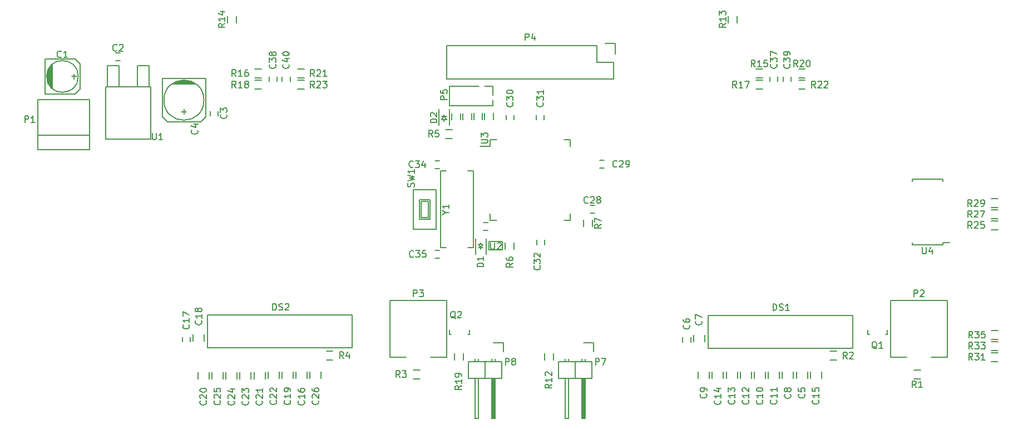
<source format=gbr>
G04 #@! TF.FileFunction,Legend,Top*
%FSLAX46Y46*%
G04 Gerber Fmt 4.6, Leading zero omitted, Abs format (unit mm)*
G04 Created by KiCad (PCBNEW (2015-05-18 BZR 5668)-product) date Fri 29 May 2015 07:36:37 PM CEST*
%MOMM*%
G01*
G04 APERTURE LIST*
%ADD10C,0.100000*%
%ADD11C,0.150000*%
G04 APERTURE END LIST*
D10*
D11*
X83210400Y-51587400D02*
X83210400Y-52984400D01*
X83337400Y-51333400D02*
X83337400Y-53111400D01*
X83464400Y-50952400D02*
X83464400Y-53492400D01*
X83591400Y-53619400D02*
X83591400Y-50825400D01*
X83718400Y-50698400D02*
X83718400Y-53746400D01*
X83845400Y-53873400D02*
X83845400Y-50571400D01*
X83972400Y-50444400D02*
X83972400Y-54000400D01*
X87909400Y-52222400D02*
G75*
G03X87909400Y-52222400I-2413000J0D01*
G01*
X82829400Y-49555400D02*
X87401400Y-49555400D01*
X87401400Y-49555400D02*
X88163400Y-50317400D01*
X88163400Y-50317400D02*
X88163400Y-54127400D01*
X88163400Y-54127400D02*
X87401400Y-54889400D01*
X87401400Y-54889400D02*
X82829400Y-54889400D01*
X82829400Y-54889400D02*
X82829400Y-49555400D01*
X87655400Y-52222400D02*
X86893400Y-52222400D01*
X87274400Y-51841400D02*
X87274400Y-52603400D01*
X93604600Y-48650600D02*
X94304600Y-48650600D01*
X94304600Y-49850600D02*
X93604600Y-49850600D01*
X108010400Y-58185800D02*
X108010400Y-57485800D01*
X109210400Y-57485800D02*
X109210400Y-58185800D01*
X104749600Y-52908200D02*
X103225600Y-52908200D01*
X102844600Y-53035200D02*
X105130600Y-53035200D01*
X105384600Y-53162200D02*
X102590600Y-53162200D01*
X102336600Y-53289200D02*
X105638600Y-53289200D01*
X105765600Y-53416200D02*
X102209600Y-53416200D01*
X107035600Y-55829200D02*
G75*
G03X107035600Y-55829200I-3048000J0D01*
G01*
X107289600Y-52527200D02*
X100685600Y-52527200D01*
X100685600Y-52527200D02*
X100685600Y-58369200D01*
X100685600Y-58369200D02*
X101447600Y-59131200D01*
X101447600Y-59131200D02*
X106527600Y-59131200D01*
X106527600Y-59131200D02*
X107289600Y-58369200D01*
X107289600Y-58369200D02*
X107289600Y-52527200D01*
X103987600Y-57988200D02*
X103987600Y-57226200D01*
X104368600Y-57607200D02*
X103606600Y-57607200D01*
X197206500Y-97137600D02*
X197206500Y-98137600D01*
X198906500Y-98137600D02*
X198906500Y-97137600D01*
X181117800Y-91940900D02*
X181117800Y-92640900D01*
X179917800Y-92640900D02*
X179917800Y-91940900D01*
X183247400Y-92536900D02*
X183247400Y-91536900D01*
X181547400Y-91536900D02*
X181547400Y-92536900D01*
X195072900Y-97137600D02*
X195072900Y-98137600D01*
X196772900Y-98137600D02*
X196772900Y-97137600D01*
X182271300Y-97137600D02*
X182271300Y-98137600D01*
X183971300Y-98137600D02*
X183971300Y-97137600D01*
X190805700Y-97137600D02*
X190805700Y-98137600D01*
X192505700Y-98137600D02*
X192505700Y-97137600D01*
X192939300Y-97137600D02*
X192939300Y-98137600D01*
X194639300Y-98137600D02*
X194639300Y-97137600D01*
X188672100Y-97137600D02*
X188672100Y-98137600D01*
X190372100Y-98137600D02*
X190372100Y-97137600D01*
X186538500Y-97137600D02*
X186538500Y-98137600D01*
X188238500Y-98137600D02*
X188238500Y-97137600D01*
X184404900Y-97137600D02*
X184404900Y-98137600D01*
X186104900Y-98137600D02*
X186104900Y-97137600D01*
X199340100Y-97137600D02*
X199340100Y-98137600D01*
X201040100Y-98137600D02*
X201040100Y-97137600D01*
X121057300Y-97163000D02*
X121057300Y-98163000D01*
X122757300Y-98163000D02*
X122757300Y-97163000D01*
X104968600Y-91902800D02*
X104968600Y-92602800D01*
X103768600Y-92602800D02*
X103768600Y-91902800D01*
X107098200Y-92486100D02*
X107098200Y-91486100D01*
X105398200Y-91486100D02*
X105398200Y-92486100D01*
X118923700Y-97163000D02*
X118923700Y-98163000D01*
X120623700Y-98163000D02*
X120623700Y-97163000D01*
X106122100Y-97213800D02*
X106122100Y-98213800D01*
X107822100Y-98213800D02*
X107822100Y-97213800D01*
X114656500Y-97213800D02*
X114656500Y-98213800D01*
X116356500Y-98213800D02*
X116356500Y-97213800D01*
X116790100Y-97163000D02*
X116790100Y-98163000D01*
X118490100Y-98163000D02*
X118490100Y-97163000D01*
X112522900Y-97213800D02*
X112522900Y-98213800D01*
X114222900Y-98213800D02*
X114222900Y-97213800D01*
X110389300Y-97213800D02*
X110389300Y-98213800D01*
X112089300Y-98213800D02*
X112089300Y-97213800D01*
X108255700Y-97213800D02*
X108255700Y-98213800D01*
X109955700Y-98213800D02*
X109955700Y-97213800D01*
X123190900Y-97163000D02*
X123190900Y-98163000D01*
X124890900Y-98163000D02*
X124890900Y-97163000D01*
X150286200Y-75682400D02*
X149586200Y-75682400D01*
X149586200Y-74482400D02*
X150286200Y-74482400D01*
X165791400Y-71815400D02*
X166491400Y-71815400D01*
X166491400Y-73015400D02*
X165791400Y-73015400D01*
X167264600Y-64982800D02*
X167964600Y-64982800D01*
X167964600Y-66182800D02*
X167264600Y-66182800D01*
X153044600Y-58795400D02*
X153044600Y-58095400D01*
X154244600Y-58095400D02*
X154244600Y-58795400D01*
X157642000Y-58795400D02*
X157642000Y-58095400D01*
X158842000Y-58095400D02*
X158842000Y-58795400D01*
X158892800Y-77120000D02*
X158892800Y-77820000D01*
X157692800Y-77820000D02*
X157692800Y-77120000D01*
X142869400Y-66233600D02*
X142169400Y-66233600D01*
X142169400Y-65033600D02*
X142869400Y-65033600D01*
X142869400Y-79873400D02*
X142169400Y-79873400D01*
X142169400Y-78673400D02*
X142869400Y-78673400D01*
X193202000Y-52953400D02*
X193202000Y-52253400D01*
X194402000Y-52253400D02*
X194402000Y-52953400D01*
X116951200Y-52953400D02*
X116951200Y-52253400D01*
X118151200Y-52253400D02*
X118151200Y-52953400D01*
X195208600Y-52953400D02*
X195208600Y-52253400D01*
X196408600Y-52253400D02*
X196408600Y-52953400D01*
X118957800Y-52953400D02*
X118957800Y-52253400D01*
X120157800Y-52253400D02*
X120157800Y-52953400D01*
X149174200Y-77753400D02*
X149174200Y-77503400D01*
X149174200Y-78253400D02*
X149174200Y-78503400D01*
X149174200Y-78253400D02*
X148824200Y-77753400D01*
X148824200Y-77753400D02*
X149524200Y-77753400D01*
X149524200Y-77753400D02*
X149174200Y-78253400D01*
X148824200Y-78253400D02*
X149524200Y-78253400D01*
X149974200Y-79303400D02*
X149974200Y-76903400D01*
X148374200Y-79303400D02*
X148374200Y-76903400D01*
X143598900Y-58758900D02*
X143598900Y-59008900D01*
X143598900Y-58258900D02*
X143598900Y-58008900D01*
X143598900Y-58258900D02*
X143948900Y-58758900D01*
X143948900Y-58758900D02*
X143248900Y-58758900D01*
X143248900Y-58758900D02*
X143598900Y-58258900D01*
X143948900Y-58258900D02*
X143248900Y-58258900D01*
X142798900Y-57208900D02*
X142798900Y-59608900D01*
X144398900Y-57208900D02*
X144398900Y-59608900D01*
X183767200Y-93584400D02*
X183767200Y-88584400D01*
X205767200Y-88584400D02*
X183767200Y-88584400D01*
X205767200Y-93584400D02*
X205767200Y-88584400D01*
X205767200Y-93584400D02*
X183767200Y-93584400D01*
X107618000Y-93533600D02*
X107618000Y-88533600D01*
X129618000Y-88533600D02*
X107618000Y-88533600D01*
X129618000Y-93533600D02*
X129618000Y-88533600D01*
X129618000Y-93533600D02*
X107618000Y-93533600D01*
X81724500Y-55727600D02*
X89649300Y-55727600D01*
X81724500Y-63347600D02*
X89649300Y-63347600D01*
X81724500Y-61188600D02*
X89649300Y-61188600D01*
X89668400Y-55727600D02*
X89668400Y-63347600D01*
X81724500Y-55727600D02*
X81724500Y-63347600D01*
X217699200Y-94927200D02*
X220149200Y-94927200D01*
X211549200Y-94927200D02*
X213999200Y-94927200D01*
X211549200Y-86327200D02*
X211549200Y-94927200D01*
X211549200Y-86327200D02*
X220149200Y-86327200D01*
X220149200Y-86327200D02*
X220149200Y-94927200D01*
X141499200Y-94927200D02*
X143949200Y-94927200D01*
X135349200Y-94927200D02*
X137799200Y-94927200D01*
X135349200Y-86327200D02*
X135349200Y-94927200D01*
X135349200Y-86327200D02*
X143949200Y-86327200D01*
X143949200Y-86327200D02*
X143949200Y-94927200D01*
X143992600Y-52578000D02*
X169392600Y-52578000D01*
X166852600Y-47498000D02*
X143992600Y-47498000D01*
X143992600Y-52578000D02*
X143992600Y-47498000D01*
X169392600Y-52578000D02*
X169392600Y-50038000D01*
X169672600Y-48768000D02*
X169672600Y-47218000D01*
X169392600Y-50038000D02*
X166852600Y-50038000D01*
X166852600Y-50038000D02*
X166852600Y-47498000D01*
X169672600Y-47218000D02*
X168122600Y-47218000D01*
X151028300Y-56659200D02*
X151028300Y-55859200D01*
X144378300Y-56659200D02*
X151028300Y-56659200D01*
X144378300Y-56659200D02*
X144378300Y-53709200D01*
X144378300Y-53709200D02*
X148928300Y-53709200D01*
X151028300Y-55059200D02*
X151028300Y-53709200D01*
X151028300Y-53709200D02*
X149728300Y-53709200D01*
X208250840Y-91518740D02*
X208299100Y-91518740D01*
X211049820Y-90817700D02*
X211049820Y-91518740D01*
X211049820Y-91518740D02*
X210800900Y-91518740D01*
X208250840Y-91518740D02*
X208050180Y-91518740D01*
X208050180Y-91518740D02*
X208050180Y-90817700D01*
X144649240Y-91518740D02*
X144697500Y-91518740D01*
X147448220Y-90817700D02*
X147448220Y-91518740D01*
X147448220Y-91518740D02*
X147199300Y-91518740D01*
X144649240Y-91518740D02*
X144448580Y-91518740D01*
X144448580Y-91518740D02*
X144448580Y-90817700D01*
X216095200Y-98236400D02*
X215095200Y-98236400D01*
X215095200Y-96886400D02*
X216095200Y-96886400D01*
X203344400Y-95391600D02*
X202344400Y-95391600D01*
X202344400Y-94041600D02*
X203344400Y-94041600D01*
X139895200Y-98236400D02*
X138895200Y-98236400D01*
X138895200Y-96886400D02*
X139895200Y-96886400D01*
X126661800Y-95366200D02*
X125661800Y-95366200D01*
X125661800Y-94016200D02*
X126661800Y-94016200D01*
X143848200Y-60285000D02*
X144848200Y-60285000D01*
X144848200Y-61635000D02*
X143848200Y-61635000D01*
X152893400Y-78503400D02*
X152893400Y-77503400D01*
X154243400Y-77503400D02*
X154243400Y-78503400D01*
X166156000Y-74074400D02*
X166156000Y-75074400D01*
X164806000Y-75074400D02*
X164806000Y-74074400D01*
X151106500Y-57818400D02*
X151106500Y-58818400D01*
X149756500Y-58818400D02*
X149756500Y-57818400D01*
X149442800Y-57818400D02*
X149442800Y-58818400D01*
X148092800Y-58818400D02*
X148092800Y-57818400D01*
X147779100Y-57831100D02*
X147779100Y-58831100D01*
X146429100Y-58831100D02*
X146429100Y-57831100D01*
X146115400Y-57831100D02*
X146115400Y-58831100D01*
X144765400Y-58831100D02*
X144765400Y-57831100D01*
X160199700Y-94330900D02*
X160199700Y-95330900D01*
X158849700Y-95330900D02*
X158849700Y-94330900D01*
X188203200Y-43035600D02*
X188203200Y-44035600D01*
X186853200Y-44035600D02*
X186853200Y-43035600D01*
X111977800Y-43035600D02*
X111977800Y-44035600D01*
X110627800Y-44035600D02*
X110627800Y-43035600D01*
X192066800Y-52440200D02*
X191066800Y-52440200D01*
X191066800Y-51090200D02*
X192066800Y-51090200D01*
X115816000Y-52440200D02*
X114816000Y-52440200D01*
X114816000Y-51090200D02*
X115816000Y-51090200D01*
X191066800Y-52817400D02*
X192066800Y-52817400D01*
X192066800Y-54167400D02*
X191066800Y-54167400D01*
X114816000Y-52817400D02*
X115816000Y-52817400D01*
X115816000Y-54167400D02*
X114816000Y-54167400D01*
X146496400Y-94330900D02*
X146496400Y-95330900D01*
X145146400Y-95330900D02*
X145146400Y-94330900D01*
X197543800Y-51090200D02*
X198543800Y-51090200D01*
X198543800Y-52440200D02*
X197543800Y-52440200D01*
X121293000Y-51090200D02*
X122293000Y-51090200D01*
X122293000Y-52440200D02*
X121293000Y-52440200D01*
X198543800Y-54167400D02*
X197543800Y-54167400D01*
X197543800Y-52817400D02*
X198543800Y-52817400D01*
X122293000Y-54167400D02*
X121293000Y-54167400D01*
X121293000Y-52817400D02*
X122293000Y-52817400D01*
X226906200Y-74204200D02*
X227906200Y-74204200D01*
X227906200Y-75554200D02*
X226906200Y-75554200D01*
X226906200Y-72527800D02*
X227906200Y-72527800D01*
X227906200Y-73877800D02*
X226906200Y-73877800D01*
X226906200Y-70851400D02*
X227906200Y-70851400D01*
X227906200Y-72201400D02*
X226906200Y-72201400D01*
X226906200Y-94244800D02*
X227906200Y-94244800D01*
X227906200Y-95594800D02*
X226906200Y-95594800D01*
X226906200Y-92568400D02*
X227906200Y-92568400D01*
X227906200Y-93918400D02*
X226906200Y-93918400D01*
X226906200Y-90892000D02*
X227906200Y-90892000D01*
X227906200Y-92242000D02*
X226906200Y-92242000D01*
X141164400Y-71216200D02*
X141164400Y-73716200D01*
X141164400Y-73716200D02*
X140064400Y-73716200D01*
X140064400Y-73716200D02*
X140064400Y-71216200D01*
X140064400Y-71216200D02*
X141164400Y-71216200D01*
X139814400Y-70966200D02*
X139814400Y-73966200D01*
X141414400Y-70966200D02*
X141414400Y-73966200D01*
X141414400Y-73966200D02*
X139814400Y-73966200D01*
X141414400Y-70966200D02*
X139814400Y-70966200D01*
X138864400Y-69466200D02*
X138864400Y-75466200D01*
X142364400Y-69466200D02*
X142364400Y-75466200D01*
X142364400Y-69466200D02*
X138864400Y-69466200D01*
X142364400Y-75466200D02*
X138864400Y-75466200D01*
X94107000Y-53771800D02*
X94107000Y-50596800D01*
X94107000Y-50596800D02*
X92329000Y-50596800D01*
X92329000Y-50596800D02*
X92329000Y-53771800D01*
X98679000Y-53771800D02*
X98679000Y-50596800D01*
X98679000Y-50596800D02*
X96901000Y-50596800D01*
X96901000Y-50596800D02*
X96901000Y-53771800D01*
X92075000Y-59867800D02*
X92075000Y-53771800D01*
X92075000Y-53771800D02*
X98933000Y-53771800D01*
X98933000Y-53771800D02*
X98933000Y-61645800D01*
X98933000Y-61772800D02*
X92075000Y-61772800D01*
X92075000Y-61645800D02*
X92075000Y-59867800D01*
X152476200Y-77368400D02*
X150444200Y-77368400D01*
X150444200Y-77368400D02*
X150444200Y-78638400D01*
X150444200Y-78638400D02*
X152476200Y-78638400D01*
X152476200Y-78638400D02*
X152476200Y-77368400D01*
X150567600Y-61845400D02*
X150567600Y-62855400D01*
X162817600Y-61845400D02*
X162817600Y-62855400D01*
X162817600Y-74095400D02*
X162817600Y-73085400D01*
X150567600Y-74095400D02*
X150567600Y-73085400D01*
X150567600Y-61845400D02*
X151577600Y-61845400D01*
X150567600Y-74095400D02*
X151577600Y-74095400D01*
X162817600Y-74095400D02*
X161807600Y-74095400D01*
X162817600Y-61845400D02*
X161807600Y-61845400D01*
X150567600Y-62855400D02*
X149042600Y-62855400D01*
X219469600Y-77847600D02*
X219469600Y-77522600D01*
X214819600Y-77847600D02*
X214819600Y-77522600D01*
X214819600Y-67897600D02*
X214819600Y-68222600D01*
X219469600Y-67897600D02*
X219469600Y-68222600D01*
X219469600Y-77847600D02*
X214819600Y-77847600D01*
X219469600Y-67897600D02*
X214819600Y-67897600D01*
X219469600Y-77522600D02*
X220544600Y-77522600D01*
X143029940Y-66603880D02*
X143029940Y-78303120D01*
X148028660Y-78303120D02*
X148028660Y-66603880D01*
X143029940Y-78303120D02*
X143878300Y-78303120D01*
X148028660Y-78303120D02*
X147180300Y-78303120D01*
X143029940Y-66603880D02*
X143878300Y-66603880D01*
X148028660Y-66603880D02*
X147180300Y-66603880D01*
X166345200Y-92781600D02*
X164795200Y-92781600D01*
X166345200Y-94081600D02*
X166345200Y-92781600D01*
X164922200Y-98272600D02*
X164922200Y-104114600D01*
X164922200Y-104114600D02*
X164668200Y-104114600D01*
X164668200Y-104114600D02*
X164668200Y-98272600D01*
X164668200Y-98272600D02*
X164795200Y-98272600D01*
X164795200Y-98272600D02*
X164795200Y-104114600D01*
X165049200Y-95605600D02*
X165049200Y-95224600D01*
X164541200Y-95605600D02*
X164541200Y-95224600D01*
X162509200Y-95605600D02*
X162509200Y-95224600D01*
X162001200Y-95605600D02*
X162001200Y-95224600D01*
X166065200Y-95605600D02*
X166065200Y-98145600D01*
X163525200Y-95605600D02*
X163525200Y-98145600D01*
X163525200Y-95605600D02*
X160985200Y-95605600D01*
X160985200Y-95605600D02*
X160985200Y-98145600D01*
X162509200Y-98145600D02*
X162509200Y-104241600D01*
X162509200Y-104241600D02*
X162001200Y-104241600D01*
X162001200Y-104241600D02*
X162001200Y-98145600D01*
X160985200Y-98145600D02*
X163525200Y-98145600D01*
X163525200Y-98145600D02*
X166065200Y-98145600D01*
X164541200Y-104241600D02*
X164541200Y-98145600D01*
X165049200Y-104241600D02*
X164541200Y-104241600D01*
X165049200Y-98145600D02*
X165049200Y-104241600D01*
X163525200Y-95605600D02*
X163525200Y-98145600D01*
X166065200Y-95605600D02*
X163525200Y-95605600D01*
X152629200Y-92781600D02*
X151079200Y-92781600D01*
X152629200Y-94081600D02*
X152629200Y-92781600D01*
X151206200Y-98272600D02*
X151206200Y-104114600D01*
X151206200Y-104114600D02*
X150952200Y-104114600D01*
X150952200Y-104114600D02*
X150952200Y-98272600D01*
X150952200Y-98272600D02*
X151079200Y-98272600D01*
X151079200Y-98272600D02*
X151079200Y-104114600D01*
X151333200Y-95605600D02*
X151333200Y-95224600D01*
X150825200Y-95605600D02*
X150825200Y-95224600D01*
X148793200Y-95605600D02*
X148793200Y-95224600D01*
X148285200Y-95605600D02*
X148285200Y-95224600D01*
X152349200Y-95605600D02*
X152349200Y-98145600D01*
X149809200Y-95605600D02*
X149809200Y-98145600D01*
X149809200Y-95605600D02*
X147269200Y-95605600D01*
X147269200Y-95605600D02*
X147269200Y-98145600D01*
X148793200Y-98145600D02*
X148793200Y-104241600D01*
X148793200Y-104241600D02*
X148285200Y-104241600D01*
X148285200Y-104241600D02*
X148285200Y-98145600D01*
X147269200Y-98145600D02*
X149809200Y-98145600D01*
X149809200Y-98145600D02*
X152349200Y-98145600D01*
X150825200Y-104241600D02*
X150825200Y-98145600D01*
X151333200Y-104241600D02*
X150825200Y-104241600D01*
X151333200Y-98145600D02*
X151333200Y-104241600D01*
X149809200Y-95605600D02*
X149809200Y-98145600D01*
X152349200Y-95605600D02*
X149809200Y-95605600D01*
X85329734Y-49252143D02*
X85282115Y-49299762D01*
X85139258Y-49347381D01*
X85044020Y-49347381D01*
X84901162Y-49299762D01*
X84805924Y-49204524D01*
X84758305Y-49109286D01*
X84710686Y-48918810D01*
X84710686Y-48775952D01*
X84758305Y-48585476D01*
X84805924Y-48490238D01*
X84901162Y-48395000D01*
X85044020Y-48347381D01*
X85139258Y-48347381D01*
X85282115Y-48395000D01*
X85329734Y-48442619D01*
X86282115Y-49347381D02*
X85710686Y-49347381D01*
X85996400Y-49347381D02*
X85996400Y-48347381D01*
X85901162Y-48490238D01*
X85805924Y-48585476D01*
X85710686Y-48633095D01*
X93787934Y-48261543D02*
X93740315Y-48309162D01*
X93597458Y-48356781D01*
X93502220Y-48356781D01*
X93359362Y-48309162D01*
X93264124Y-48213924D01*
X93216505Y-48118686D01*
X93168886Y-47928210D01*
X93168886Y-47785352D01*
X93216505Y-47594876D01*
X93264124Y-47499638D01*
X93359362Y-47404400D01*
X93502220Y-47356781D01*
X93597458Y-47356781D01*
X93740315Y-47404400D01*
X93787934Y-47452019D01*
X94168886Y-47452019D02*
X94216505Y-47404400D01*
X94311743Y-47356781D01*
X94549839Y-47356781D01*
X94645077Y-47404400D01*
X94692696Y-47452019D01*
X94740315Y-47547257D01*
X94740315Y-47642495D01*
X94692696Y-47785352D01*
X94121267Y-48356781D01*
X94740315Y-48356781D01*
X110440743Y-58002466D02*
X110488362Y-58050085D01*
X110535981Y-58192942D01*
X110535981Y-58288180D01*
X110488362Y-58431038D01*
X110393124Y-58526276D01*
X110297886Y-58573895D01*
X110107410Y-58621514D01*
X109964552Y-58621514D01*
X109774076Y-58573895D01*
X109678838Y-58526276D01*
X109583600Y-58431038D01*
X109535981Y-58288180D01*
X109535981Y-58192942D01*
X109583600Y-58050085D01*
X109631219Y-58002466D01*
X109535981Y-57669133D02*
X109535981Y-57050085D01*
X109916933Y-57383419D01*
X109916933Y-57240561D01*
X109964552Y-57145323D01*
X110012171Y-57097704D01*
X110107410Y-57050085D01*
X110345505Y-57050085D01*
X110440743Y-57097704D01*
X110488362Y-57145323D01*
X110535981Y-57240561D01*
X110535981Y-57526276D01*
X110488362Y-57621514D01*
X110440743Y-57669133D01*
X106021143Y-60364666D02*
X106068762Y-60412285D01*
X106116381Y-60555142D01*
X106116381Y-60650380D01*
X106068762Y-60793238D01*
X105973524Y-60888476D01*
X105878286Y-60936095D01*
X105687810Y-60983714D01*
X105544952Y-60983714D01*
X105354476Y-60936095D01*
X105259238Y-60888476D01*
X105164000Y-60793238D01*
X105116381Y-60650380D01*
X105116381Y-60555142D01*
X105164000Y-60412285D01*
X105211619Y-60364666D01*
X105449714Y-59507523D02*
X106116381Y-59507523D01*
X105068762Y-59745619D02*
X105783048Y-59983714D01*
X105783048Y-59364666D01*
X198413643Y-100547466D02*
X198461262Y-100595085D01*
X198508881Y-100737942D01*
X198508881Y-100833180D01*
X198461262Y-100976038D01*
X198366024Y-101071276D01*
X198270786Y-101118895D01*
X198080310Y-101166514D01*
X197937452Y-101166514D01*
X197746976Y-101118895D01*
X197651738Y-101071276D01*
X197556500Y-100976038D01*
X197508881Y-100833180D01*
X197508881Y-100737942D01*
X197556500Y-100595085D01*
X197604119Y-100547466D01*
X197508881Y-99642704D02*
X197508881Y-100118895D01*
X197985071Y-100166514D01*
X197937452Y-100118895D01*
X197889833Y-100023657D01*
X197889833Y-99785561D01*
X197937452Y-99690323D01*
X197985071Y-99642704D01*
X198080310Y-99595085D01*
X198318405Y-99595085D01*
X198413643Y-99642704D01*
X198461262Y-99690323D01*
X198508881Y-99785561D01*
X198508881Y-100023657D01*
X198461262Y-100118895D01*
X198413643Y-100166514D01*
X180874943Y-90019166D02*
X180922562Y-90066785D01*
X180970181Y-90209642D01*
X180970181Y-90304880D01*
X180922562Y-90447738D01*
X180827324Y-90542976D01*
X180732086Y-90590595D01*
X180541610Y-90638214D01*
X180398752Y-90638214D01*
X180208276Y-90590595D01*
X180113038Y-90542976D01*
X180017800Y-90447738D01*
X179970181Y-90304880D01*
X179970181Y-90209642D01*
X180017800Y-90066785D01*
X180065419Y-90019166D01*
X179970181Y-89162023D02*
X179970181Y-89352500D01*
X180017800Y-89447738D01*
X180065419Y-89495357D01*
X180208276Y-89590595D01*
X180398752Y-89638214D01*
X180779705Y-89638214D01*
X180874943Y-89590595D01*
X180922562Y-89542976D01*
X180970181Y-89447738D01*
X180970181Y-89257261D01*
X180922562Y-89162023D01*
X180874943Y-89114404D01*
X180779705Y-89066785D01*
X180541610Y-89066785D01*
X180446371Y-89114404D01*
X180398752Y-89162023D01*
X180351133Y-89257261D01*
X180351133Y-89447738D01*
X180398752Y-89542976D01*
X180446371Y-89590595D01*
X180541610Y-89638214D01*
X182754543Y-89409566D02*
X182802162Y-89457185D01*
X182849781Y-89600042D01*
X182849781Y-89695280D01*
X182802162Y-89838138D01*
X182706924Y-89933376D01*
X182611686Y-89980995D01*
X182421210Y-90028614D01*
X182278352Y-90028614D01*
X182087876Y-89980995D01*
X181992638Y-89933376D01*
X181897400Y-89838138D01*
X181849781Y-89695280D01*
X181849781Y-89600042D01*
X181897400Y-89457185D01*
X181945019Y-89409566D01*
X181849781Y-89076233D02*
X181849781Y-88409566D01*
X182849781Y-88838138D01*
X196280043Y-100572866D02*
X196327662Y-100620485D01*
X196375281Y-100763342D01*
X196375281Y-100858580D01*
X196327662Y-101001438D01*
X196232424Y-101096676D01*
X196137186Y-101144295D01*
X195946710Y-101191914D01*
X195803852Y-101191914D01*
X195613376Y-101144295D01*
X195518138Y-101096676D01*
X195422900Y-101001438D01*
X195375281Y-100858580D01*
X195375281Y-100763342D01*
X195422900Y-100620485D01*
X195470519Y-100572866D01*
X195803852Y-100001438D02*
X195756233Y-100096676D01*
X195708614Y-100144295D01*
X195613376Y-100191914D01*
X195565757Y-100191914D01*
X195470519Y-100144295D01*
X195422900Y-100096676D01*
X195375281Y-100001438D01*
X195375281Y-99810961D01*
X195422900Y-99715723D01*
X195470519Y-99668104D01*
X195565757Y-99620485D01*
X195613376Y-99620485D01*
X195708614Y-99668104D01*
X195756233Y-99715723D01*
X195803852Y-99810961D01*
X195803852Y-100001438D01*
X195851471Y-100096676D01*
X195899090Y-100144295D01*
X195994329Y-100191914D01*
X196184805Y-100191914D01*
X196280043Y-100144295D01*
X196327662Y-100096676D01*
X196375281Y-100001438D01*
X196375281Y-99810961D01*
X196327662Y-99715723D01*
X196280043Y-99668104D01*
X196184805Y-99620485D01*
X195994329Y-99620485D01*
X195899090Y-99668104D01*
X195851471Y-99715723D01*
X195803852Y-99810961D01*
X183478443Y-100547466D02*
X183526062Y-100595085D01*
X183573681Y-100737942D01*
X183573681Y-100833180D01*
X183526062Y-100976038D01*
X183430824Y-101071276D01*
X183335586Y-101118895D01*
X183145110Y-101166514D01*
X183002252Y-101166514D01*
X182811776Y-101118895D01*
X182716538Y-101071276D01*
X182621300Y-100976038D01*
X182573681Y-100833180D01*
X182573681Y-100737942D01*
X182621300Y-100595085D01*
X182668919Y-100547466D01*
X183573681Y-100071276D02*
X183573681Y-99880800D01*
X183526062Y-99785561D01*
X183478443Y-99737942D01*
X183335586Y-99642704D01*
X183145110Y-99595085D01*
X182764157Y-99595085D01*
X182668919Y-99642704D01*
X182621300Y-99690323D01*
X182573681Y-99785561D01*
X182573681Y-99976038D01*
X182621300Y-100071276D01*
X182668919Y-100118895D01*
X182764157Y-100166514D01*
X183002252Y-100166514D01*
X183097490Y-100118895D01*
X183145110Y-100071276D01*
X183192729Y-99976038D01*
X183192729Y-99785561D01*
X183145110Y-99690323D01*
X183097490Y-99642704D01*
X183002252Y-99595085D01*
X192012843Y-101480857D02*
X192060462Y-101528476D01*
X192108081Y-101671333D01*
X192108081Y-101766571D01*
X192060462Y-101909429D01*
X191965224Y-102004667D01*
X191869986Y-102052286D01*
X191679510Y-102099905D01*
X191536652Y-102099905D01*
X191346176Y-102052286D01*
X191250938Y-102004667D01*
X191155700Y-101909429D01*
X191108081Y-101766571D01*
X191108081Y-101671333D01*
X191155700Y-101528476D01*
X191203319Y-101480857D01*
X192108081Y-100528476D02*
X192108081Y-101099905D01*
X192108081Y-100814191D02*
X191108081Y-100814191D01*
X191250938Y-100909429D01*
X191346176Y-101004667D01*
X191393795Y-101099905D01*
X191108081Y-99909429D02*
X191108081Y-99814190D01*
X191155700Y-99718952D01*
X191203319Y-99671333D01*
X191298557Y-99623714D01*
X191489033Y-99576095D01*
X191727129Y-99576095D01*
X191917605Y-99623714D01*
X192012843Y-99671333D01*
X192060462Y-99718952D01*
X192108081Y-99814190D01*
X192108081Y-99909429D01*
X192060462Y-100004667D01*
X192012843Y-100052286D01*
X191917605Y-100099905D01*
X191727129Y-100147524D01*
X191489033Y-100147524D01*
X191298557Y-100099905D01*
X191203319Y-100052286D01*
X191155700Y-100004667D01*
X191108081Y-99909429D01*
X194146443Y-101455457D02*
X194194062Y-101503076D01*
X194241681Y-101645933D01*
X194241681Y-101741171D01*
X194194062Y-101884029D01*
X194098824Y-101979267D01*
X194003586Y-102026886D01*
X193813110Y-102074505D01*
X193670252Y-102074505D01*
X193479776Y-102026886D01*
X193384538Y-101979267D01*
X193289300Y-101884029D01*
X193241681Y-101741171D01*
X193241681Y-101645933D01*
X193289300Y-101503076D01*
X193336919Y-101455457D01*
X194241681Y-100503076D02*
X194241681Y-101074505D01*
X194241681Y-100788791D02*
X193241681Y-100788791D01*
X193384538Y-100884029D01*
X193479776Y-100979267D01*
X193527395Y-101074505D01*
X194241681Y-99550695D02*
X194241681Y-100122124D01*
X194241681Y-99836410D02*
X193241681Y-99836410D01*
X193384538Y-99931648D01*
X193479776Y-100026886D01*
X193527395Y-100122124D01*
X189879243Y-101480857D02*
X189926862Y-101528476D01*
X189974481Y-101671333D01*
X189974481Y-101766571D01*
X189926862Y-101909429D01*
X189831624Y-102004667D01*
X189736386Y-102052286D01*
X189545910Y-102099905D01*
X189403052Y-102099905D01*
X189212576Y-102052286D01*
X189117338Y-102004667D01*
X189022100Y-101909429D01*
X188974481Y-101766571D01*
X188974481Y-101671333D01*
X189022100Y-101528476D01*
X189069719Y-101480857D01*
X189974481Y-100528476D02*
X189974481Y-101099905D01*
X189974481Y-100814191D02*
X188974481Y-100814191D01*
X189117338Y-100909429D01*
X189212576Y-101004667D01*
X189260195Y-101099905D01*
X189069719Y-100147524D02*
X189022100Y-100099905D01*
X188974481Y-100004667D01*
X188974481Y-99766571D01*
X189022100Y-99671333D01*
X189069719Y-99623714D01*
X189164957Y-99576095D01*
X189260195Y-99576095D01*
X189403052Y-99623714D01*
X189974481Y-100195143D01*
X189974481Y-99576095D01*
X187745643Y-101480857D02*
X187793262Y-101528476D01*
X187840881Y-101671333D01*
X187840881Y-101766571D01*
X187793262Y-101909429D01*
X187698024Y-102004667D01*
X187602786Y-102052286D01*
X187412310Y-102099905D01*
X187269452Y-102099905D01*
X187078976Y-102052286D01*
X186983738Y-102004667D01*
X186888500Y-101909429D01*
X186840881Y-101766571D01*
X186840881Y-101671333D01*
X186888500Y-101528476D01*
X186936119Y-101480857D01*
X187840881Y-100528476D02*
X187840881Y-101099905D01*
X187840881Y-100814191D02*
X186840881Y-100814191D01*
X186983738Y-100909429D01*
X187078976Y-101004667D01*
X187126595Y-101099905D01*
X186840881Y-100195143D02*
X186840881Y-99576095D01*
X187221833Y-99909429D01*
X187221833Y-99766571D01*
X187269452Y-99671333D01*
X187317071Y-99623714D01*
X187412310Y-99576095D01*
X187650405Y-99576095D01*
X187745643Y-99623714D01*
X187793262Y-99671333D01*
X187840881Y-99766571D01*
X187840881Y-100052286D01*
X187793262Y-100147524D01*
X187745643Y-100195143D01*
X185612043Y-101531657D02*
X185659662Y-101579276D01*
X185707281Y-101722133D01*
X185707281Y-101817371D01*
X185659662Y-101960229D01*
X185564424Y-102055467D01*
X185469186Y-102103086D01*
X185278710Y-102150705D01*
X185135852Y-102150705D01*
X184945376Y-102103086D01*
X184850138Y-102055467D01*
X184754900Y-101960229D01*
X184707281Y-101817371D01*
X184707281Y-101722133D01*
X184754900Y-101579276D01*
X184802519Y-101531657D01*
X185707281Y-100579276D02*
X185707281Y-101150705D01*
X185707281Y-100864991D02*
X184707281Y-100864991D01*
X184850138Y-100960229D01*
X184945376Y-101055467D01*
X184992995Y-101150705D01*
X185040614Y-99722133D02*
X185707281Y-99722133D01*
X184659662Y-99960229D02*
X185373948Y-100198324D01*
X185373948Y-99579276D01*
X200547243Y-101480857D02*
X200594862Y-101528476D01*
X200642481Y-101671333D01*
X200642481Y-101766571D01*
X200594862Y-101909429D01*
X200499624Y-102004667D01*
X200404386Y-102052286D01*
X200213910Y-102099905D01*
X200071052Y-102099905D01*
X199880576Y-102052286D01*
X199785338Y-102004667D01*
X199690100Y-101909429D01*
X199642481Y-101766571D01*
X199642481Y-101671333D01*
X199690100Y-101528476D01*
X199737719Y-101480857D01*
X200642481Y-100528476D02*
X200642481Y-101099905D01*
X200642481Y-100814191D02*
X199642481Y-100814191D01*
X199785338Y-100909429D01*
X199880576Y-101004667D01*
X199928195Y-101099905D01*
X199642481Y-99623714D02*
X199642481Y-100099905D01*
X200118671Y-100147524D01*
X200071052Y-100099905D01*
X200023433Y-100004667D01*
X200023433Y-99766571D01*
X200071052Y-99671333D01*
X200118671Y-99623714D01*
X200213910Y-99576095D01*
X200452005Y-99576095D01*
X200547243Y-99623714D01*
X200594862Y-99671333D01*
X200642481Y-99766571D01*
X200642481Y-100004667D01*
X200594862Y-100099905D01*
X200547243Y-100147524D01*
X122264443Y-101582457D02*
X122312062Y-101630076D01*
X122359681Y-101772933D01*
X122359681Y-101868171D01*
X122312062Y-102011029D01*
X122216824Y-102106267D01*
X122121586Y-102153886D01*
X121931110Y-102201505D01*
X121788252Y-102201505D01*
X121597776Y-102153886D01*
X121502538Y-102106267D01*
X121407300Y-102011029D01*
X121359681Y-101868171D01*
X121359681Y-101772933D01*
X121407300Y-101630076D01*
X121454919Y-101582457D01*
X122359681Y-100630076D02*
X122359681Y-101201505D01*
X122359681Y-100915791D02*
X121359681Y-100915791D01*
X121502538Y-101011029D01*
X121597776Y-101106267D01*
X121645395Y-101201505D01*
X121359681Y-99772933D02*
X121359681Y-99963410D01*
X121407300Y-100058648D01*
X121454919Y-100106267D01*
X121597776Y-100201505D01*
X121788252Y-100249124D01*
X122169205Y-100249124D01*
X122264443Y-100201505D01*
X122312062Y-100153886D01*
X122359681Y-100058648D01*
X122359681Y-99868171D01*
X122312062Y-99772933D01*
X122264443Y-99725314D01*
X122169205Y-99677695D01*
X121931110Y-99677695D01*
X121835871Y-99725314D01*
X121788252Y-99772933D01*
X121740633Y-99868171D01*
X121740633Y-100058648D01*
X121788252Y-100153886D01*
X121835871Y-100201505D01*
X121931110Y-100249124D01*
X104725743Y-90000057D02*
X104773362Y-90047676D01*
X104820981Y-90190533D01*
X104820981Y-90285771D01*
X104773362Y-90428629D01*
X104678124Y-90523867D01*
X104582886Y-90571486D01*
X104392410Y-90619105D01*
X104249552Y-90619105D01*
X104059076Y-90571486D01*
X103963838Y-90523867D01*
X103868600Y-90428629D01*
X103820981Y-90285771D01*
X103820981Y-90190533D01*
X103868600Y-90047676D01*
X103916219Y-90000057D01*
X104820981Y-89047676D02*
X104820981Y-89619105D01*
X104820981Y-89333391D02*
X103820981Y-89333391D01*
X103963838Y-89428629D01*
X104059076Y-89523867D01*
X104106695Y-89619105D01*
X103820981Y-88714343D02*
X103820981Y-88047676D01*
X104820981Y-88476248D01*
X106605343Y-89377757D02*
X106652962Y-89425376D01*
X106700581Y-89568233D01*
X106700581Y-89663471D01*
X106652962Y-89806329D01*
X106557724Y-89901567D01*
X106462486Y-89949186D01*
X106272010Y-89996805D01*
X106129152Y-89996805D01*
X105938676Y-89949186D01*
X105843438Y-89901567D01*
X105748200Y-89806329D01*
X105700581Y-89663471D01*
X105700581Y-89568233D01*
X105748200Y-89425376D01*
X105795819Y-89377757D01*
X106700581Y-88425376D02*
X106700581Y-88996805D01*
X106700581Y-88711091D02*
X105700581Y-88711091D01*
X105843438Y-88806329D01*
X105938676Y-88901567D01*
X105986295Y-88996805D01*
X106129152Y-87853948D02*
X106081533Y-87949186D01*
X106033914Y-87996805D01*
X105938676Y-88044424D01*
X105891057Y-88044424D01*
X105795819Y-87996805D01*
X105748200Y-87949186D01*
X105700581Y-87853948D01*
X105700581Y-87663471D01*
X105748200Y-87568233D01*
X105795819Y-87520614D01*
X105891057Y-87472995D01*
X105938676Y-87472995D01*
X106033914Y-87520614D01*
X106081533Y-87568233D01*
X106129152Y-87663471D01*
X106129152Y-87853948D01*
X106176771Y-87949186D01*
X106224390Y-87996805D01*
X106319629Y-88044424D01*
X106510105Y-88044424D01*
X106605343Y-87996805D01*
X106652962Y-87949186D01*
X106700581Y-87853948D01*
X106700581Y-87663471D01*
X106652962Y-87568233D01*
X106605343Y-87520614D01*
X106510105Y-87472995D01*
X106319629Y-87472995D01*
X106224390Y-87520614D01*
X106176771Y-87568233D01*
X106129152Y-87663471D01*
X120130843Y-101531657D02*
X120178462Y-101579276D01*
X120226081Y-101722133D01*
X120226081Y-101817371D01*
X120178462Y-101960229D01*
X120083224Y-102055467D01*
X119987986Y-102103086D01*
X119797510Y-102150705D01*
X119654652Y-102150705D01*
X119464176Y-102103086D01*
X119368938Y-102055467D01*
X119273700Y-101960229D01*
X119226081Y-101817371D01*
X119226081Y-101722133D01*
X119273700Y-101579276D01*
X119321319Y-101531657D01*
X120226081Y-100579276D02*
X120226081Y-101150705D01*
X120226081Y-100864991D02*
X119226081Y-100864991D01*
X119368938Y-100960229D01*
X119464176Y-101055467D01*
X119511795Y-101150705D01*
X120226081Y-100103086D02*
X120226081Y-99912610D01*
X120178462Y-99817371D01*
X120130843Y-99769752D01*
X119987986Y-99674514D01*
X119797510Y-99626895D01*
X119416557Y-99626895D01*
X119321319Y-99674514D01*
X119273700Y-99722133D01*
X119226081Y-99817371D01*
X119226081Y-100007848D01*
X119273700Y-100103086D01*
X119321319Y-100150705D01*
X119416557Y-100198324D01*
X119654652Y-100198324D01*
X119749890Y-100150705D01*
X119797510Y-100103086D01*
X119845129Y-100007848D01*
X119845129Y-99817371D01*
X119797510Y-99722133D01*
X119749890Y-99674514D01*
X119654652Y-99626895D01*
X107329243Y-101582457D02*
X107376862Y-101630076D01*
X107424481Y-101772933D01*
X107424481Y-101868171D01*
X107376862Y-102011029D01*
X107281624Y-102106267D01*
X107186386Y-102153886D01*
X106995910Y-102201505D01*
X106853052Y-102201505D01*
X106662576Y-102153886D01*
X106567338Y-102106267D01*
X106472100Y-102011029D01*
X106424481Y-101868171D01*
X106424481Y-101772933D01*
X106472100Y-101630076D01*
X106519719Y-101582457D01*
X106519719Y-101201505D02*
X106472100Y-101153886D01*
X106424481Y-101058648D01*
X106424481Y-100820552D01*
X106472100Y-100725314D01*
X106519719Y-100677695D01*
X106614957Y-100630076D01*
X106710195Y-100630076D01*
X106853052Y-100677695D01*
X107424481Y-101249124D01*
X107424481Y-100630076D01*
X106424481Y-100011029D02*
X106424481Y-99915790D01*
X106472100Y-99820552D01*
X106519719Y-99772933D01*
X106614957Y-99725314D01*
X106805433Y-99677695D01*
X107043529Y-99677695D01*
X107234005Y-99725314D01*
X107329243Y-99772933D01*
X107376862Y-99820552D01*
X107424481Y-99915790D01*
X107424481Y-100011029D01*
X107376862Y-100106267D01*
X107329243Y-100153886D01*
X107234005Y-100201505D01*
X107043529Y-100249124D01*
X106805433Y-100249124D01*
X106614957Y-100201505D01*
X106519719Y-100153886D01*
X106472100Y-100106267D01*
X106424481Y-100011029D01*
X115863643Y-101582457D02*
X115911262Y-101630076D01*
X115958881Y-101772933D01*
X115958881Y-101868171D01*
X115911262Y-102011029D01*
X115816024Y-102106267D01*
X115720786Y-102153886D01*
X115530310Y-102201505D01*
X115387452Y-102201505D01*
X115196976Y-102153886D01*
X115101738Y-102106267D01*
X115006500Y-102011029D01*
X114958881Y-101868171D01*
X114958881Y-101772933D01*
X115006500Y-101630076D01*
X115054119Y-101582457D01*
X115054119Y-101201505D02*
X115006500Y-101153886D01*
X114958881Y-101058648D01*
X114958881Y-100820552D01*
X115006500Y-100725314D01*
X115054119Y-100677695D01*
X115149357Y-100630076D01*
X115244595Y-100630076D01*
X115387452Y-100677695D01*
X115958881Y-101249124D01*
X115958881Y-100630076D01*
X115958881Y-99677695D02*
X115958881Y-100249124D01*
X115958881Y-99963410D02*
X114958881Y-99963410D01*
X115101738Y-100058648D01*
X115196976Y-100153886D01*
X115244595Y-100249124D01*
X117997243Y-101506257D02*
X118044862Y-101553876D01*
X118092481Y-101696733D01*
X118092481Y-101791971D01*
X118044862Y-101934829D01*
X117949624Y-102030067D01*
X117854386Y-102077686D01*
X117663910Y-102125305D01*
X117521052Y-102125305D01*
X117330576Y-102077686D01*
X117235338Y-102030067D01*
X117140100Y-101934829D01*
X117092481Y-101791971D01*
X117092481Y-101696733D01*
X117140100Y-101553876D01*
X117187719Y-101506257D01*
X117187719Y-101125305D02*
X117140100Y-101077686D01*
X117092481Y-100982448D01*
X117092481Y-100744352D01*
X117140100Y-100649114D01*
X117187719Y-100601495D01*
X117282957Y-100553876D01*
X117378195Y-100553876D01*
X117521052Y-100601495D01*
X118092481Y-101172924D01*
X118092481Y-100553876D01*
X117187719Y-100172924D02*
X117140100Y-100125305D01*
X117092481Y-100030067D01*
X117092481Y-99791971D01*
X117140100Y-99696733D01*
X117187719Y-99649114D01*
X117282957Y-99601495D01*
X117378195Y-99601495D01*
X117521052Y-99649114D01*
X118092481Y-100220543D01*
X118092481Y-99601495D01*
X113730043Y-101607857D02*
X113777662Y-101655476D01*
X113825281Y-101798333D01*
X113825281Y-101893571D01*
X113777662Y-102036429D01*
X113682424Y-102131667D01*
X113587186Y-102179286D01*
X113396710Y-102226905D01*
X113253852Y-102226905D01*
X113063376Y-102179286D01*
X112968138Y-102131667D01*
X112872900Y-102036429D01*
X112825281Y-101893571D01*
X112825281Y-101798333D01*
X112872900Y-101655476D01*
X112920519Y-101607857D01*
X112920519Y-101226905D02*
X112872900Y-101179286D01*
X112825281Y-101084048D01*
X112825281Y-100845952D01*
X112872900Y-100750714D01*
X112920519Y-100703095D01*
X113015757Y-100655476D01*
X113110995Y-100655476D01*
X113253852Y-100703095D01*
X113825281Y-101274524D01*
X113825281Y-100655476D01*
X112825281Y-100322143D02*
X112825281Y-99703095D01*
X113206233Y-100036429D01*
X113206233Y-99893571D01*
X113253852Y-99798333D01*
X113301471Y-99750714D01*
X113396710Y-99703095D01*
X113634805Y-99703095D01*
X113730043Y-99750714D01*
X113777662Y-99798333D01*
X113825281Y-99893571D01*
X113825281Y-100179286D01*
X113777662Y-100274524D01*
X113730043Y-100322143D01*
X111596443Y-101607857D02*
X111644062Y-101655476D01*
X111691681Y-101798333D01*
X111691681Y-101893571D01*
X111644062Y-102036429D01*
X111548824Y-102131667D01*
X111453586Y-102179286D01*
X111263110Y-102226905D01*
X111120252Y-102226905D01*
X110929776Y-102179286D01*
X110834538Y-102131667D01*
X110739300Y-102036429D01*
X110691681Y-101893571D01*
X110691681Y-101798333D01*
X110739300Y-101655476D01*
X110786919Y-101607857D01*
X110786919Y-101226905D02*
X110739300Y-101179286D01*
X110691681Y-101084048D01*
X110691681Y-100845952D01*
X110739300Y-100750714D01*
X110786919Y-100703095D01*
X110882157Y-100655476D01*
X110977395Y-100655476D01*
X111120252Y-100703095D01*
X111691681Y-101274524D01*
X111691681Y-100655476D01*
X111025014Y-99798333D02*
X111691681Y-99798333D01*
X110644062Y-100036429D02*
X111358348Y-100274524D01*
X111358348Y-99655476D01*
X109462843Y-101557057D02*
X109510462Y-101604676D01*
X109558081Y-101747533D01*
X109558081Y-101842771D01*
X109510462Y-101985629D01*
X109415224Y-102080867D01*
X109319986Y-102128486D01*
X109129510Y-102176105D01*
X108986652Y-102176105D01*
X108796176Y-102128486D01*
X108700938Y-102080867D01*
X108605700Y-101985629D01*
X108558081Y-101842771D01*
X108558081Y-101747533D01*
X108605700Y-101604676D01*
X108653319Y-101557057D01*
X108653319Y-101176105D02*
X108605700Y-101128486D01*
X108558081Y-101033248D01*
X108558081Y-100795152D01*
X108605700Y-100699914D01*
X108653319Y-100652295D01*
X108748557Y-100604676D01*
X108843795Y-100604676D01*
X108986652Y-100652295D01*
X109558081Y-101223724D01*
X109558081Y-100604676D01*
X108558081Y-99699914D02*
X108558081Y-100176105D01*
X109034271Y-100223724D01*
X108986652Y-100176105D01*
X108939033Y-100080867D01*
X108939033Y-99842771D01*
X108986652Y-99747533D01*
X109034271Y-99699914D01*
X109129510Y-99652295D01*
X109367605Y-99652295D01*
X109462843Y-99699914D01*
X109510462Y-99747533D01*
X109558081Y-99842771D01*
X109558081Y-100080867D01*
X109510462Y-100176105D01*
X109462843Y-100223724D01*
X124398043Y-101531657D02*
X124445662Y-101579276D01*
X124493281Y-101722133D01*
X124493281Y-101817371D01*
X124445662Y-101960229D01*
X124350424Y-102055467D01*
X124255186Y-102103086D01*
X124064710Y-102150705D01*
X123921852Y-102150705D01*
X123731376Y-102103086D01*
X123636138Y-102055467D01*
X123540900Y-101960229D01*
X123493281Y-101817371D01*
X123493281Y-101722133D01*
X123540900Y-101579276D01*
X123588519Y-101531657D01*
X123588519Y-101150705D02*
X123540900Y-101103086D01*
X123493281Y-101007848D01*
X123493281Y-100769752D01*
X123540900Y-100674514D01*
X123588519Y-100626895D01*
X123683757Y-100579276D01*
X123778995Y-100579276D01*
X123921852Y-100626895D01*
X124493281Y-101198324D01*
X124493281Y-100579276D01*
X123493281Y-99722133D02*
X123493281Y-99912610D01*
X123540900Y-100007848D01*
X123588519Y-100055467D01*
X123731376Y-100150705D01*
X123921852Y-100198324D01*
X124302805Y-100198324D01*
X124398043Y-100150705D01*
X124445662Y-100103086D01*
X124493281Y-100007848D01*
X124493281Y-99817371D01*
X124445662Y-99722133D01*
X124398043Y-99674514D01*
X124302805Y-99626895D01*
X124064710Y-99626895D01*
X123969471Y-99674514D01*
X123921852Y-99722133D01*
X123874233Y-99817371D01*
X123874233Y-100007848D01*
X123921852Y-100103086D01*
X123969471Y-100150705D01*
X124064710Y-100198324D01*
X165498543Y-71426343D02*
X165450924Y-71473962D01*
X165308067Y-71521581D01*
X165212829Y-71521581D01*
X165069971Y-71473962D01*
X164974733Y-71378724D01*
X164927114Y-71283486D01*
X164879495Y-71093010D01*
X164879495Y-70950152D01*
X164927114Y-70759676D01*
X164974733Y-70664438D01*
X165069971Y-70569200D01*
X165212829Y-70521581D01*
X165308067Y-70521581D01*
X165450924Y-70569200D01*
X165498543Y-70616819D01*
X165879495Y-70616819D02*
X165927114Y-70569200D01*
X166022352Y-70521581D01*
X166260448Y-70521581D01*
X166355686Y-70569200D01*
X166403305Y-70616819D01*
X166450924Y-70712057D01*
X166450924Y-70807295D01*
X166403305Y-70950152D01*
X165831876Y-71521581D01*
X166450924Y-71521581D01*
X167022352Y-70950152D02*
X166927114Y-70902533D01*
X166879495Y-70854914D01*
X166831876Y-70759676D01*
X166831876Y-70712057D01*
X166879495Y-70616819D01*
X166927114Y-70569200D01*
X167022352Y-70521581D01*
X167212829Y-70521581D01*
X167308067Y-70569200D01*
X167355686Y-70616819D01*
X167403305Y-70712057D01*
X167403305Y-70759676D01*
X167355686Y-70854914D01*
X167308067Y-70902533D01*
X167212829Y-70950152D01*
X167022352Y-70950152D01*
X166927114Y-70997771D01*
X166879495Y-71045390D01*
X166831876Y-71140629D01*
X166831876Y-71331105D01*
X166879495Y-71426343D01*
X166927114Y-71473962D01*
X167022352Y-71521581D01*
X167212829Y-71521581D01*
X167308067Y-71473962D01*
X167355686Y-71426343D01*
X167403305Y-71331105D01*
X167403305Y-71140629D01*
X167355686Y-71045390D01*
X167308067Y-70997771D01*
X167212829Y-70950152D01*
X169880043Y-65939943D02*
X169832424Y-65987562D01*
X169689567Y-66035181D01*
X169594329Y-66035181D01*
X169451471Y-65987562D01*
X169356233Y-65892324D01*
X169308614Y-65797086D01*
X169260995Y-65606610D01*
X169260995Y-65463752D01*
X169308614Y-65273276D01*
X169356233Y-65178038D01*
X169451471Y-65082800D01*
X169594329Y-65035181D01*
X169689567Y-65035181D01*
X169832424Y-65082800D01*
X169880043Y-65130419D01*
X170260995Y-65130419D02*
X170308614Y-65082800D01*
X170403852Y-65035181D01*
X170641948Y-65035181D01*
X170737186Y-65082800D01*
X170784805Y-65130419D01*
X170832424Y-65225657D01*
X170832424Y-65320895D01*
X170784805Y-65463752D01*
X170213376Y-66035181D01*
X170832424Y-66035181D01*
X171308614Y-66035181D02*
X171499090Y-66035181D01*
X171594329Y-65987562D01*
X171641948Y-65939943D01*
X171737186Y-65797086D01*
X171784805Y-65606610D01*
X171784805Y-65225657D01*
X171737186Y-65130419D01*
X171689567Y-65082800D01*
X171594329Y-65035181D01*
X171403852Y-65035181D01*
X171308614Y-65082800D01*
X171260995Y-65130419D01*
X171213376Y-65225657D01*
X171213376Y-65463752D01*
X171260995Y-65558990D01*
X171308614Y-65606610D01*
X171403852Y-65654229D01*
X171594329Y-65654229D01*
X171689567Y-65606610D01*
X171737186Y-65558990D01*
X171784805Y-65463752D01*
X154001743Y-56192657D02*
X154049362Y-56240276D01*
X154096981Y-56383133D01*
X154096981Y-56478371D01*
X154049362Y-56621229D01*
X153954124Y-56716467D01*
X153858886Y-56764086D01*
X153668410Y-56811705D01*
X153525552Y-56811705D01*
X153335076Y-56764086D01*
X153239838Y-56716467D01*
X153144600Y-56621229D01*
X153096981Y-56478371D01*
X153096981Y-56383133D01*
X153144600Y-56240276D01*
X153192219Y-56192657D01*
X153096981Y-55859324D02*
X153096981Y-55240276D01*
X153477933Y-55573610D01*
X153477933Y-55430752D01*
X153525552Y-55335514D01*
X153573171Y-55287895D01*
X153668410Y-55240276D01*
X153906505Y-55240276D01*
X154001743Y-55287895D01*
X154049362Y-55335514D01*
X154096981Y-55430752D01*
X154096981Y-55716467D01*
X154049362Y-55811705D01*
X154001743Y-55859324D01*
X153096981Y-54621229D02*
X153096981Y-54525990D01*
X153144600Y-54430752D01*
X153192219Y-54383133D01*
X153287457Y-54335514D01*
X153477933Y-54287895D01*
X153716029Y-54287895D01*
X153906505Y-54335514D01*
X154001743Y-54383133D01*
X154049362Y-54430752D01*
X154096981Y-54525990D01*
X154096981Y-54621229D01*
X154049362Y-54716467D01*
X154001743Y-54764086D01*
X153906505Y-54811705D01*
X153716029Y-54859324D01*
X153477933Y-54859324D01*
X153287457Y-54811705D01*
X153192219Y-54764086D01*
X153144600Y-54716467D01*
X153096981Y-54621229D01*
X158599143Y-56205357D02*
X158646762Y-56252976D01*
X158694381Y-56395833D01*
X158694381Y-56491071D01*
X158646762Y-56633929D01*
X158551524Y-56729167D01*
X158456286Y-56776786D01*
X158265810Y-56824405D01*
X158122952Y-56824405D01*
X157932476Y-56776786D01*
X157837238Y-56729167D01*
X157742000Y-56633929D01*
X157694381Y-56491071D01*
X157694381Y-56395833D01*
X157742000Y-56252976D01*
X157789619Y-56205357D01*
X157694381Y-55872024D02*
X157694381Y-55252976D01*
X158075333Y-55586310D01*
X158075333Y-55443452D01*
X158122952Y-55348214D01*
X158170571Y-55300595D01*
X158265810Y-55252976D01*
X158503905Y-55252976D01*
X158599143Y-55300595D01*
X158646762Y-55348214D01*
X158694381Y-55443452D01*
X158694381Y-55729167D01*
X158646762Y-55824405D01*
X158599143Y-55872024D01*
X158694381Y-54300595D02*
X158694381Y-54872024D01*
X158694381Y-54586310D02*
X157694381Y-54586310D01*
X157837238Y-54681548D01*
X157932476Y-54776786D01*
X157980095Y-54872024D01*
X158154643Y-81021157D02*
X158202262Y-81068776D01*
X158249881Y-81211633D01*
X158249881Y-81306871D01*
X158202262Y-81449729D01*
X158107024Y-81544967D01*
X158011786Y-81592586D01*
X157821310Y-81640205D01*
X157678452Y-81640205D01*
X157487976Y-81592586D01*
X157392738Y-81544967D01*
X157297500Y-81449729D01*
X157249881Y-81306871D01*
X157249881Y-81211633D01*
X157297500Y-81068776D01*
X157345119Y-81021157D01*
X157249881Y-80687824D02*
X157249881Y-80068776D01*
X157630833Y-80402110D01*
X157630833Y-80259252D01*
X157678452Y-80164014D01*
X157726071Y-80116395D01*
X157821310Y-80068776D01*
X158059405Y-80068776D01*
X158154643Y-80116395D01*
X158202262Y-80164014D01*
X158249881Y-80259252D01*
X158249881Y-80544967D01*
X158202262Y-80640205D01*
X158154643Y-80687824D01*
X157345119Y-79687824D02*
X157297500Y-79640205D01*
X157249881Y-79544967D01*
X157249881Y-79306871D01*
X157297500Y-79211633D01*
X157345119Y-79164014D01*
X157440357Y-79116395D01*
X157535595Y-79116395D01*
X157678452Y-79164014D01*
X158249881Y-79735443D01*
X158249881Y-79116395D01*
X138879343Y-65990743D02*
X138831724Y-66038362D01*
X138688867Y-66085981D01*
X138593629Y-66085981D01*
X138450771Y-66038362D01*
X138355533Y-65943124D01*
X138307914Y-65847886D01*
X138260295Y-65657410D01*
X138260295Y-65514552D01*
X138307914Y-65324076D01*
X138355533Y-65228838D01*
X138450771Y-65133600D01*
X138593629Y-65085981D01*
X138688867Y-65085981D01*
X138831724Y-65133600D01*
X138879343Y-65181219D01*
X139212676Y-65085981D02*
X139831724Y-65085981D01*
X139498390Y-65466933D01*
X139641248Y-65466933D01*
X139736486Y-65514552D01*
X139784105Y-65562171D01*
X139831724Y-65657410D01*
X139831724Y-65895505D01*
X139784105Y-65990743D01*
X139736486Y-66038362D01*
X139641248Y-66085981D01*
X139355533Y-66085981D01*
X139260295Y-66038362D01*
X139212676Y-65990743D01*
X140688867Y-65419314D02*
X140688867Y-66085981D01*
X140450771Y-65038362D02*
X140212676Y-65752648D01*
X140831724Y-65752648D01*
X138930143Y-79630543D02*
X138882524Y-79678162D01*
X138739667Y-79725781D01*
X138644429Y-79725781D01*
X138501571Y-79678162D01*
X138406333Y-79582924D01*
X138358714Y-79487686D01*
X138311095Y-79297210D01*
X138311095Y-79154352D01*
X138358714Y-78963876D01*
X138406333Y-78868638D01*
X138501571Y-78773400D01*
X138644429Y-78725781D01*
X138739667Y-78725781D01*
X138882524Y-78773400D01*
X138930143Y-78821019D01*
X139263476Y-78725781D02*
X139882524Y-78725781D01*
X139549190Y-79106733D01*
X139692048Y-79106733D01*
X139787286Y-79154352D01*
X139834905Y-79201971D01*
X139882524Y-79297210D01*
X139882524Y-79535305D01*
X139834905Y-79630543D01*
X139787286Y-79678162D01*
X139692048Y-79725781D01*
X139406333Y-79725781D01*
X139311095Y-79678162D01*
X139263476Y-79630543D01*
X140787286Y-78725781D02*
X140311095Y-78725781D01*
X140263476Y-79201971D01*
X140311095Y-79154352D01*
X140406333Y-79106733D01*
X140644429Y-79106733D01*
X140739667Y-79154352D01*
X140787286Y-79201971D01*
X140834905Y-79297210D01*
X140834905Y-79535305D01*
X140787286Y-79630543D01*
X140739667Y-79678162D01*
X140644429Y-79725781D01*
X140406333Y-79725781D01*
X140311095Y-79678162D01*
X140263476Y-79630543D01*
X194159143Y-50350657D02*
X194206762Y-50398276D01*
X194254381Y-50541133D01*
X194254381Y-50636371D01*
X194206762Y-50779229D01*
X194111524Y-50874467D01*
X194016286Y-50922086D01*
X193825810Y-50969705D01*
X193682952Y-50969705D01*
X193492476Y-50922086D01*
X193397238Y-50874467D01*
X193302000Y-50779229D01*
X193254381Y-50636371D01*
X193254381Y-50541133D01*
X193302000Y-50398276D01*
X193349619Y-50350657D01*
X193254381Y-50017324D02*
X193254381Y-49398276D01*
X193635333Y-49731610D01*
X193635333Y-49588752D01*
X193682952Y-49493514D01*
X193730571Y-49445895D01*
X193825810Y-49398276D01*
X194063905Y-49398276D01*
X194159143Y-49445895D01*
X194206762Y-49493514D01*
X194254381Y-49588752D01*
X194254381Y-49874467D01*
X194206762Y-49969705D01*
X194159143Y-50017324D01*
X193254381Y-49064943D02*
X193254381Y-48398276D01*
X194254381Y-48826848D01*
X117908343Y-50376057D02*
X117955962Y-50423676D01*
X118003581Y-50566533D01*
X118003581Y-50661771D01*
X117955962Y-50804629D01*
X117860724Y-50899867D01*
X117765486Y-50947486D01*
X117575010Y-50995105D01*
X117432152Y-50995105D01*
X117241676Y-50947486D01*
X117146438Y-50899867D01*
X117051200Y-50804629D01*
X117003581Y-50661771D01*
X117003581Y-50566533D01*
X117051200Y-50423676D01*
X117098819Y-50376057D01*
X117003581Y-50042724D02*
X117003581Y-49423676D01*
X117384533Y-49757010D01*
X117384533Y-49614152D01*
X117432152Y-49518914D01*
X117479771Y-49471295D01*
X117575010Y-49423676D01*
X117813105Y-49423676D01*
X117908343Y-49471295D01*
X117955962Y-49518914D01*
X118003581Y-49614152D01*
X118003581Y-49899867D01*
X117955962Y-49995105D01*
X117908343Y-50042724D01*
X117432152Y-48852248D02*
X117384533Y-48947486D01*
X117336914Y-48995105D01*
X117241676Y-49042724D01*
X117194057Y-49042724D01*
X117098819Y-48995105D01*
X117051200Y-48947486D01*
X117003581Y-48852248D01*
X117003581Y-48661771D01*
X117051200Y-48566533D01*
X117098819Y-48518914D01*
X117194057Y-48471295D01*
X117241676Y-48471295D01*
X117336914Y-48518914D01*
X117384533Y-48566533D01*
X117432152Y-48661771D01*
X117432152Y-48852248D01*
X117479771Y-48947486D01*
X117527390Y-48995105D01*
X117622629Y-49042724D01*
X117813105Y-49042724D01*
X117908343Y-48995105D01*
X117955962Y-48947486D01*
X118003581Y-48852248D01*
X118003581Y-48661771D01*
X117955962Y-48566533D01*
X117908343Y-48518914D01*
X117813105Y-48471295D01*
X117622629Y-48471295D01*
X117527390Y-48518914D01*
X117479771Y-48566533D01*
X117432152Y-48661771D01*
X196165743Y-50350657D02*
X196213362Y-50398276D01*
X196260981Y-50541133D01*
X196260981Y-50636371D01*
X196213362Y-50779229D01*
X196118124Y-50874467D01*
X196022886Y-50922086D01*
X195832410Y-50969705D01*
X195689552Y-50969705D01*
X195499076Y-50922086D01*
X195403838Y-50874467D01*
X195308600Y-50779229D01*
X195260981Y-50636371D01*
X195260981Y-50541133D01*
X195308600Y-50398276D01*
X195356219Y-50350657D01*
X195260981Y-50017324D02*
X195260981Y-49398276D01*
X195641933Y-49731610D01*
X195641933Y-49588752D01*
X195689552Y-49493514D01*
X195737171Y-49445895D01*
X195832410Y-49398276D01*
X196070505Y-49398276D01*
X196165743Y-49445895D01*
X196213362Y-49493514D01*
X196260981Y-49588752D01*
X196260981Y-49874467D01*
X196213362Y-49969705D01*
X196165743Y-50017324D01*
X196260981Y-48922086D02*
X196260981Y-48731610D01*
X196213362Y-48636371D01*
X196165743Y-48588752D01*
X196022886Y-48493514D01*
X195832410Y-48445895D01*
X195451457Y-48445895D01*
X195356219Y-48493514D01*
X195308600Y-48541133D01*
X195260981Y-48636371D01*
X195260981Y-48826848D01*
X195308600Y-48922086D01*
X195356219Y-48969705D01*
X195451457Y-49017324D01*
X195689552Y-49017324D01*
X195784790Y-48969705D01*
X195832410Y-48922086D01*
X195880029Y-48826848D01*
X195880029Y-48636371D01*
X195832410Y-48541133D01*
X195784790Y-48493514D01*
X195689552Y-48445895D01*
X119914943Y-50376057D02*
X119962562Y-50423676D01*
X120010181Y-50566533D01*
X120010181Y-50661771D01*
X119962562Y-50804629D01*
X119867324Y-50899867D01*
X119772086Y-50947486D01*
X119581610Y-50995105D01*
X119438752Y-50995105D01*
X119248276Y-50947486D01*
X119153038Y-50899867D01*
X119057800Y-50804629D01*
X119010181Y-50661771D01*
X119010181Y-50566533D01*
X119057800Y-50423676D01*
X119105419Y-50376057D01*
X119343514Y-49518914D02*
X120010181Y-49518914D01*
X118962562Y-49757010D02*
X119676848Y-49995105D01*
X119676848Y-49376057D01*
X119010181Y-48804629D02*
X119010181Y-48709390D01*
X119057800Y-48614152D01*
X119105419Y-48566533D01*
X119200657Y-48518914D01*
X119391133Y-48471295D01*
X119629229Y-48471295D01*
X119819705Y-48518914D01*
X119914943Y-48566533D01*
X119962562Y-48614152D01*
X120010181Y-48709390D01*
X120010181Y-48804629D01*
X119962562Y-48899867D01*
X119914943Y-48947486D01*
X119819705Y-48995105D01*
X119629229Y-49042724D01*
X119391133Y-49042724D01*
X119200657Y-48995105D01*
X119105419Y-48947486D01*
X119057800Y-48899867D01*
X119010181Y-48804629D01*
X149601181Y-81179895D02*
X148601181Y-81179895D01*
X148601181Y-80941800D01*
X148648800Y-80798942D01*
X148744038Y-80703704D01*
X148839276Y-80656085D01*
X149029752Y-80608466D01*
X149172610Y-80608466D01*
X149363086Y-80656085D01*
X149458324Y-80703704D01*
X149553562Y-80798942D01*
X149601181Y-80941800D01*
X149601181Y-81179895D01*
X149601181Y-79656085D02*
X149601181Y-80227514D01*
X149601181Y-79941800D02*
X148601181Y-79941800D01*
X148744038Y-80037038D01*
X148839276Y-80132276D01*
X148886895Y-80227514D01*
X142489181Y-59259695D02*
X141489181Y-59259695D01*
X141489181Y-59021600D01*
X141536800Y-58878742D01*
X141632038Y-58783504D01*
X141727276Y-58735885D01*
X141917752Y-58688266D01*
X142060610Y-58688266D01*
X142251086Y-58735885D01*
X142346324Y-58783504D01*
X142441562Y-58878742D01*
X142489181Y-59021600D01*
X142489181Y-59259695D01*
X141584419Y-58307314D02*
X141536800Y-58259695D01*
X141489181Y-58164457D01*
X141489181Y-57926361D01*
X141536800Y-57831123D01*
X141584419Y-57783504D01*
X141679657Y-57735885D01*
X141774895Y-57735885D01*
X141917752Y-57783504D01*
X142489181Y-58354933D01*
X142489181Y-57735885D01*
X193652914Y-87836781D02*
X193652914Y-86836781D01*
X193891009Y-86836781D01*
X194033867Y-86884400D01*
X194129105Y-86979638D01*
X194176724Y-87074876D01*
X194224343Y-87265352D01*
X194224343Y-87408210D01*
X194176724Y-87598686D01*
X194129105Y-87693924D01*
X194033867Y-87789162D01*
X193891009Y-87836781D01*
X193652914Y-87836781D01*
X194605295Y-87789162D02*
X194748152Y-87836781D01*
X194986248Y-87836781D01*
X195081486Y-87789162D01*
X195129105Y-87741543D01*
X195176724Y-87646305D01*
X195176724Y-87551067D01*
X195129105Y-87455829D01*
X195081486Y-87408210D01*
X194986248Y-87360590D01*
X194795771Y-87312971D01*
X194700533Y-87265352D01*
X194652914Y-87217733D01*
X194605295Y-87122495D01*
X194605295Y-87027257D01*
X194652914Y-86932019D01*
X194700533Y-86884400D01*
X194795771Y-86836781D01*
X195033867Y-86836781D01*
X195176724Y-86884400D01*
X196129105Y-87836781D02*
X195557676Y-87836781D01*
X195843390Y-87836781D02*
X195843390Y-86836781D01*
X195748152Y-86979638D01*
X195652914Y-87074876D01*
X195557676Y-87122495D01*
X117503714Y-87785981D02*
X117503714Y-86785981D01*
X117741809Y-86785981D01*
X117884667Y-86833600D01*
X117979905Y-86928838D01*
X118027524Y-87024076D01*
X118075143Y-87214552D01*
X118075143Y-87357410D01*
X118027524Y-87547886D01*
X117979905Y-87643124D01*
X117884667Y-87738362D01*
X117741809Y-87785981D01*
X117503714Y-87785981D01*
X118456095Y-87738362D02*
X118598952Y-87785981D01*
X118837048Y-87785981D01*
X118932286Y-87738362D01*
X118979905Y-87690743D01*
X119027524Y-87595505D01*
X119027524Y-87500267D01*
X118979905Y-87405029D01*
X118932286Y-87357410D01*
X118837048Y-87309790D01*
X118646571Y-87262171D01*
X118551333Y-87214552D01*
X118503714Y-87166933D01*
X118456095Y-87071695D01*
X118456095Y-86976457D01*
X118503714Y-86881219D01*
X118551333Y-86833600D01*
X118646571Y-86785981D01*
X118884667Y-86785981D01*
X119027524Y-86833600D01*
X119408476Y-86881219D02*
X119456095Y-86833600D01*
X119551333Y-86785981D01*
X119789429Y-86785981D01*
X119884667Y-86833600D01*
X119932286Y-86881219D01*
X119979905Y-86976457D01*
X119979905Y-87071695D01*
X119932286Y-87214552D01*
X119360857Y-87785981D01*
X119979905Y-87785981D01*
X79779905Y-59227981D02*
X79779905Y-58227981D01*
X80160858Y-58227981D01*
X80256096Y-58275600D01*
X80303715Y-58323219D01*
X80351334Y-58418457D01*
X80351334Y-58561314D01*
X80303715Y-58656552D01*
X80256096Y-58704171D01*
X80160858Y-58751790D01*
X79779905Y-58751790D01*
X81303715Y-59227981D02*
X80732286Y-59227981D01*
X81018000Y-59227981D02*
X81018000Y-58227981D01*
X80922762Y-58370838D01*
X80827524Y-58466076D01*
X80732286Y-58513695D01*
X215111105Y-85729581D02*
X215111105Y-84729581D01*
X215492058Y-84729581D01*
X215587296Y-84777200D01*
X215634915Y-84824819D01*
X215682534Y-84920057D01*
X215682534Y-85062914D01*
X215634915Y-85158152D01*
X215587296Y-85205771D01*
X215492058Y-85253390D01*
X215111105Y-85253390D01*
X216063486Y-84824819D02*
X216111105Y-84777200D01*
X216206343Y-84729581D01*
X216444439Y-84729581D01*
X216539677Y-84777200D01*
X216587296Y-84824819D01*
X216634915Y-84920057D01*
X216634915Y-85015295D01*
X216587296Y-85158152D01*
X216015867Y-85729581D01*
X216634915Y-85729581D01*
X138911105Y-85729581D02*
X138911105Y-84729581D01*
X139292058Y-84729581D01*
X139387296Y-84777200D01*
X139434915Y-84824819D01*
X139482534Y-84920057D01*
X139482534Y-85062914D01*
X139434915Y-85158152D01*
X139387296Y-85205771D01*
X139292058Y-85253390D01*
X138911105Y-85253390D01*
X139815867Y-84729581D02*
X140434915Y-84729581D01*
X140101581Y-85110533D01*
X140244439Y-85110533D01*
X140339677Y-85158152D01*
X140387296Y-85205771D01*
X140434915Y-85301010D01*
X140434915Y-85539105D01*
X140387296Y-85634343D01*
X140339677Y-85681962D01*
X140244439Y-85729581D01*
X139958724Y-85729581D01*
X139863486Y-85681962D01*
X139815867Y-85634343D01*
X155954505Y-46731181D02*
X155954505Y-45731181D01*
X156335458Y-45731181D01*
X156430696Y-45778800D01*
X156478315Y-45826419D01*
X156525934Y-45921657D01*
X156525934Y-46064514D01*
X156478315Y-46159752D01*
X156430696Y-46207371D01*
X156335458Y-46254990D01*
X155954505Y-46254990D01*
X157383077Y-46064514D02*
X157383077Y-46731181D01*
X157144981Y-45683562D02*
X156906886Y-46397848D01*
X157525934Y-46397848D01*
X144051281Y-55767195D02*
X143051281Y-55767195D01*
X143051281Y-55386242D01*
X143098900Y-55291004D01*
X143146519Y-55243385D01*
X143241757Y-55195766D01*
X143384614Y-55195766D01*
X143479852Y-55243385D01*
X143527471Y-55291004D01*
X143575090Y-55386242D01*
X143575090Y-55767195D01*
X143051281Y-54291004D02*
X143051281Y-54767195D01*
X143527471Y-54814814D01*
X143479852Y-54767195D01*
X143432233Y-54671957D01*
X143432233Y-54433861D01*
X143479852Y-54338623D01*
X143527471Y-54291004D01*
X143622710Y-54243385D01*
X143860805Y-54243385D01*
X143956043Y-54291004D01*
X144003662Y-54338623D01*
X144051281Y-54433861D01*
X144051281Y-54671957D01*
X144003662Y-54767195D01*
X143956043Y-54814814D01*
X209454762Y-93666119D02*
X209359524Y-93618500D01*
X209264286Y-93523262D01*
X209121429Y-93380405D01*
X209026190Y-93332786D01*
X208930952Y-93332786D01*
X208978571Y-93570881D02*
X208883333Y-93523262D01*
X208788095Y-93428024D01*
X208740476Y-93237548D01*
X208740476Y-92904214D01*
X208788095Y-92713738D01*
X208883333Y-92618500D01*
X208978571Y-92570881D01*
X209169048Y-92570881D01*
X209264286Y-92618500D01*
X209359524Y-92713738D01*
X209407143Y-92904214D01*
X209407143Y-93237548D01*
X209359524Y-93428024D01*
X209264286Y-93523262D01*
X209169048Y-93570881D01*
X208978571Y-93570881D01*
X210359524Y-93570881D02*
X209788095Y-93570881D01*
X210073809Y-93570881D02*
X210073809Y-92570881D01*
X209978571Y-92713738D01*
X209883333Y-92808976D01*
X209788095Y-92856595D01*
X145319762Y-89066619D02*
X145224524Y-89019000D01*
X145129286Y-88923762D01*
X144986429Y-88780905D01*
X144891190Y-88733286D01*
X144795952Y-88733286D01*
X144843571Y-88971381D02*
X144748333Y-88923762D01*
X144653095Y-88828524D01*
X144605476Y-88638048D01*
X144605476Y-88304714D01*
X144653095Y-88114238D01*
X144748333Y-88019000D01*
X144843571Y-87971381D01*
X145034048Y-87971381D01*
X145129286Y-88019000D01*
X145224524Y-88114238D01*
X145272143Y-88304714D01*
X145272143Y-88638048D01*
X145224524Y-88828524D01*
X145129286Y-88923762D01*
X145034048Y-88971381D01*
X144843571Y-88971381D01*
X145653095Y-88066619D02*
X145700714Y-88019000D01*
X145795952Y-87971381D01*
X146034048Y-87971381D01*
X146129286Y-88019000D01*
X146176905Y-88066619D01*
X146224524Y-88161857D01*
X146224524Y-88257095D01*
X146176905Y-88399952D01*
X145605476Y-88971381D01*
X146224524Y-88971381D01*
X215428534Y-99563181D02*
X215095200Y-99086990D01*
X214857105Y-99563181D02*
X214857105Y-98563181D01*
X215238058Y-98563181D01*
X215333296Y-98610800D01*
X215380915Y-98658419D01*
X215428534Y-98753657D01*
X215428534Y-98896514D01*
X215380915Y-98991752D01*
X215333296Y-99039371D01*
X215238058Y-99086990D01*
X214857105Y-99086990D01*
X216380915Y-99563181D02*
X215809486Y-99563181D01*
X216095200Y-99563181D02*
X216095200Y-98563181D01*
X215999962Y-98706038D01*
X215904724Y-98801276D01*
X215809486Y-98848895D01*
X204925634Y-95168981D02*
X204592300Y-94692790D01*
X204354205Y-95168981D02*
X204354205Y-94168981D01*
X204735158Y-94168981D01*
X204830396Y-94216600D01*
X204878015Y-94264219D01*
X204925634Y-94359457D01*
X204925634Y-94502314D01*
X204878015Y-94597552D01*
X204830396Y-94645171D01*
X204735158Y-94692790D01*
X204354205Y-94692790D01*
X205306586Y-94264219D02*
X205354205Y-94216600D01*
X205449443Y-94168981D01*
X205687539Y-94168981D01*
X205782777Y-94216600D01*
X205830396Y-94264219D01*
X205878015Y-94359457D01*
X205878015Y-94454695D01*
X205830396Y-94597552D01*
X205258967Y-95168981D01*
X205878015Y-95168981D01*
X136891734Y-98013781D02*
X136558400Y-97537590D01*
X136320305Y-98013781D02*
X136320305Y-97013781D01*
X136701258Y-97013781D01*
X136796496Y-97061400D01*
X136844115Y-97109019D01*
X136891734Y-97204257D01*
X136891734Y-97347114D01*
X136844115Y-97442352D01*
X136796496Y-97489971D01*
X136701258Y-97537590D01*
X136320305Y-97537590D01*
X137225067Y-97013781D02*
X137844115Y-97013781D01*
X137510781Y-97394733D01*
X137653639Y-97394733D01*
X137748877Y-97442352D01*
X137796496Y-97489971D01*
X137844115Y-97585210D01*
X137844115Y-97823305D01*
X137796496Y-97918543D01*
X137748877Y-97966162D01*
X137653639Y-98013781D01*
X137367924Y-98013781D01*
X137272686Y-97966162D01*
X137225067Y-97918543D01*
X128281134Y-95143581D02*
X127947800Y-94667390D01*
X127709705Y-95143581D02*
X127709705Y-94143581D01*
X128090658Y-94143581D01*
X128185896Y-94191200D01*
X128233515Y-94238819D01*
X128281134Y-94334057D01*
X128281134Y-94476914D01*
X128233515Y-94572152D01*
X128185896Y-94619771D01*
X128090658Y-94667390D01*
X127709705Y-94667390D01*
X129138277Y-94476914D02*
X129138277Y-95143581D01*
X128900181Y-94095962D02*
X128662086Y-94810248D01*
X129281134Y-94810248D01*
X141844734Y-61412381D02*
X141511400Y-60936190D01*
X141273305Y-61412381D02*
X141273305Y-60412381D01*
X141654258Y-60412381D01*
X141749496Y-60460000D01*
X141797115Y-60507619D01*
X141844734Y-60602857D01*
X141844734Y-60745714D01*
X141797115Y-60840952D01*
X141749496Y-60888571D01*
X141654258Y-60936190D01*
X141273305Y-60936190D01*
X142749496Y-60412381D02*
X142273305Y-60412381D01*
X142225686Y-60888571D01*
X142273305Y-60840952D01*
X142368543Y-60793333D01*
X142606639Y-60793333D01*
X142701877Y-60840952D01*
X142749496Y-60888571D01*
X142797115Y-60983810D01*
X142797115Y-61221905D01*
X142749496Y-61317143D01*
X142701877Y-61364762D01*
X142606639Y-61412381D01*
X142368543Y-61412381D01*
X142273305Y-61364762D01*
X142225686Y-61317143D01*
X154046181Y-80633866D02*
X153569990Y-80967200D01*
X154046181Y-81205295D02*
X153046181Y-81205295D01*
X153046181Y-80824342D01*
X153093800Y-80729104D01*
X153141419Y-80681485D01*
X153236657Y-80633866D01*
X153379514Y-80633866D01*
X153474752Y-80681485D01*
X153522371Y-80729104D01*
X153569990Y-80824342D01*
X153569990Y-81205295D01*
X153046181Y-79776723D02*
X153046181Y-79967200D01*
X153093800Y-80062438D01*
X153141419Y-80110057D01*
X153284276Y-80205295D01*
X153474752Y-80252914D01*
X153855705Y-80252914D01*
X153950943Y-80205295D01*
X153998562Y-80157676D01*
X154046181Y-80062438D01*
X154046181Y-79871961D01*
X153998562Y-79776723D01*
X153950943Y-79729104D01*
X153855705Y-79681485D01*
X153617610Y-79681485D01*
X153522371Y-79729104D01*
X153474752Y-79776723D01*
X153427133Y-79871961D01*
X153427133Y-80062438D01*
X153474752Y-80157676D01*
X153522371Y-80205295D01*
X153617610Y-80252914D01*
X167495481Y-74741066D02*
X167019290Y-75074400D01*
X167495481Y-75312495D02*
X166495481Y-75312495D01*
X166495481Y-74931542D01*
X166543100Y-74836304D01*
X166590719Y-74788685D01*
X166685957Y-74741066D01*
X166828814Y-74741066D01*
X166924052Y-74788685D01*
X166971671Y-74836304D01*
X167019290Y-74931542D01*
X167019290Y-75312495D01*
X166495481Y-74407733D02*
X166495481Y-73741066D01*
X167495481Y-74169638D01*
X159964381Y-99067857D02*
X159488190Y-99401191D01*
X159964381Y-99639286D02*
X158964381Y-99639286D01*
X158964381Y-99258333D01*
X159012000Y-99163095D01*
X159059619Y-99115476D01*
X159154857Y-99067857D01*
X159297714Y-99067857D01*
X159392952Y-99115476D01*
X159440571Y-99163095D01*
X159488190Y-99258333D01*
X159488190Y-99639286D01*
X159964381Y-98115476D02*
X159964381Y-98686905D01*
X159964381Y-98401191D02*
X158964381Y-98401191D01*
X159107238Y-98496429D01*
X159202476Y-98591667D01*
X159250095Y-98686905D01*
X159059619Y-97734524D02*
X159012000Y-97686905D01*
X158964381Y-97591667D01*
X158964381Y-97353571D01*
X159012000Y-97258333D01*
X159059619Y-97210714D01*
X159154857Y-97163095D01*
X159250095Y-97163095D01*
X159392952Y-97210714D01*
X159964381Y-97782143D01*
X159964381Y-97163095D01*
X186456581Y-44178457D02*
X185980390Y-44511791D01*
X186456581Y-44749886D02*
X185456581Y-44749886D01*
X185456581Y-44368933D01*
X185504200Y-44273695D01*
X185551819Y-44226076D01*
X185647057Y-44178457D01*
X185789914Y-44178457D01*
X185885152Y-44226076D01*
X185932771Y-44273695D01*
X185980390Y-44368933D01*
X185980390Y-44749886D01*
X186456581Y-43226076D02*
X186456581Y-43797505D01*
X186456581Y-43511791D02*
X185456581Y-43511791D01*
X185599438Y-43607029D01*
X185694676Y-43702267D01*
X185742295Y-43797505D01*
X185456581Y-42892743D02*
X185456581Y-42273695D01*
X185837533Y-42607029D01*
X185837533Y-42464171D01*
X185885152Y-42368933D01*
X185932771Y-42321314D01*
X186028010Y-42273695D01*
X186266105Y-42273695D01*
X186361343Y-42321314D01*
X186408962Y-42368933D01*
X186456581Y-42464171D01*
X186456581Y-42749886D01*
X186408962Y-42845124D01*
X186361343Y-42892743D01*
X110231181Y-44178457D02*
X109754990Y-44511791D01*
X110231181Y-44749886D02*
X109231181Y-44749886D01*
X109231181Y-44368933D01*
X109278800Y-44273695D01*
X109326419Y-44226076D01*
X109421657Y-44178457D01*
X109564514Y-44178457D01*
X109659752Y-44226076D01*
X109707371Y-44273695D01*
X109754990Y-44368933D01*
X109754990Y-44749886D01*
X110231181Y-43226076D02*
X110231181Y-43797505D01*
X110231181Y-43511791D02*
X109231181Y-43511791D01*
X109374038Y-43607029D01*
X109469276Y-43702267D01*
X109516895Y-43797505D01*
X109564514Y-42368933D02*
X110231181Y-42368933D01*
X109183562Y-42607029D02*
X109897848Y-42845124D01*
X109897848Y-42226076D01*
X190923943Y-50757081D02*
X190590609Y-50280890D01*
X190352514Y-50757081D02*
X190352514Y-49757081D01*
X190733467Y-49757081D01*
X190828705Y-49804700D01*
X190876324Y-49852319D01*
X190923943Y-49947557D01*
X190923943Y-50090414D01*
X190876324Y-50185652D01*
X190828705Y-50233271D01*
X190733467Y-50280890D01*
X190352514Y-50280890D01*
X191876324Y-50757081D02*
X191304895Y-50757081D01*
X191590609Y-50757081D02*
X191590609Y-49757081D01*
X191495371Y-49899938D01*
X191400133Y-49995176D01*
X191304895Y-50042795D01*
X192781086Y-49757081D02*
X192304895Y-49757081D01*
X192257276Y-50233271D01*
X192304895Y-50185652D01*
X192400133Y-50138033D01*
X192638229Y-50138033D01*
X192733467Y-50185652D01*
X192781086Y-50233271D01*
X192828705Y-50328510D01*
X192828705Y-50566605D01*
X192781086Y-50661843D01*
X192733467Y-50709462D01*
X192638229Y-50757081D01*
X192400133Y-50757081D01*
X192304895Y-50709462D01*
X192257276Y-50661843D01*
X111904543Y-52217581D02*
X111571209Y-51741390D01*
X111333114Y-52217581D02*
X111333114Y-51217581D01*
X111714067Y-51217581D01*
X111809305Y-51265200D01*
X111856924Y-51312819D01*
X111904543Y-51408057D01*
X111904543Y-51550914D01*
X111856924Y-51646152D01*
X111809305Y-51693771D01*
X111714067Y-51741390D01*
X111333114Y-51741390D01*
X112856924Y-52217581D02*
X112285495Y-52217581D01*
X112571209Y-52217581D02*
X112571209Y-51217581D01*
X112475971Y-51360438D01*
X112380733Y-51455676D01*
X112285495Y-51503295D01*
X113714067Y-51217581D02*
X113523590Y-51217581D01*
X113428352Y-51265200D01*
X113380733Y-51312819D01*
X113285495Y-51455676D01*
X113237876Y-51646152D01*
X113237876Y-52027105D01*
X113285495Y-52122343D01*
X113333114Y-52169962D01*
X113428352Y-52217581D01*
X113618829Y-52217581D01*
X113714067Y-52169962D01*
X113761686Y-52122343D01*
X113809305Y-52027105D01*
X113809305Y-51789010D01*
X113761686Y-51693771D01*
X113714067Y-51646152D01*
X113618829Y-51598533D01*
X113428352Y-51598533D01*
X113333114Y-51646152D01*
X113285495Y-51693771D01*
X113237876Y-51789010D01*
X188104543Y-53944781D02*
X187771209Y-53468590D01*
X187533114Y-53944781D02*
X187533114Y-52944781D01*
X187914067Y-52944781D01*
X188009305Y-52992400D01*
X188056924Y-53040019D01*
X188104543Y-53135257D01*
X188104543Y-53278114D01*
X188056924Y-53373352D01*
X188009305Y-53420971D01*
X187914067Y-53468590D01*
X187533114Y-53468590D01*
X189056924Y-53944781D02*
X188485495Y-53944781D01*
X188771209Y-53944781D02*
X188771209Y-52944781D01*
X188675971Y-53087638D01*
X188580733Y-53182876D01*
X188485495Y-53230495D01*
X189390257Y-52944781D02*
X190056924Y-52944781D01*
X189628352Y-53944781D01*
X111904543Y-53944781D02*
X111571209Y-53468590D01*
X111333114Y-53944781D02*
X111333114Y-52944781D01*
X111714067Y-52944781D01*
X111809305Y-52992400D01*
X111856924Y-53040019D01*
X111904543Y-53135257D01*
X111904543Y-53278114D01*
X111856924Y-53373352D01*
X111809305Y-53420971D01*
X111714067Y-53468590D01*
X111333114Y-53468590D01*
X112856924Y-53944781D02*
X112285495Y-53944781D01*
X112571209Y-53944781D02*
X112571209Y-52944781D01*
X112475971Y-53087638D01*
X112380733Y-53182876D01*
X112285495Y-53230495D01*
X113428352Y-53373352D02*
X113333114Y-53325733D01*
X113285495Y-53278114D01*
X113237876Y-53182876D01*
X113237876Y-53135257D01*
X113285495Y-53040019D01*
X113333114Y-52992400D01*
X113428352Y-52944781D01*
X113618829Y-52944781D01*
X113714067Y-52992400D01*
X113761686Y-53040019D01*
X113809305Y-53135257D01*
X113809305Y-53182876D01*
X113761686Y-53278114D01*
X113714067Y-53325733D01*
X113618829Y-53373352D01*
X113428352Y-53373352D01*
X113333114Y-53420971D01*
X113285495Y-53468590D01*
X113237876Y-53563829D01*
X113237876Y-53754305D01*
X113285495Y-53849543D01*
X113333114Y-53897162D01*
X113428352Y-53944781D01*
X113618829Y-53944781D01*
X113714067Y-53897162D01*
X113761686Y-53849543D01*
X113809305Y-53754305D01*
X113809305Y-53563829D01*
X113761686Y-53468590D01*
X113714067Y-53420971D01*
X113618829Y-53373352D01*
X146248381Y-99296457D02*
X145772190Y-99629791D01*
X146248381Y-99867886D02*
X145248381Y-99867886D01*
X145248381Y-99486933D01*
X145296000Y-99391695D01*
X145343619Y-99344076D01*
X145438857Y-99296457D01*
X145581714Y-99296457D01*
X145676952Y-99344076D01*
X145724571Y-99391695D01*
X145772190Y-99486933D01*
X145772190Y-99867886D01*
X146248381Y-98344076D02*
X146248381Y-98915505D01*
X146248381Y-98629791D02*
X145248381Y-98629791D01*
X145391238Y-98725029D01*
X145486476Y-98820267D01*
X145534095Y-98915505D01*
X146248381Y-97867886D02*
X146248381Y-97677410D01*
X146200762Y-97582171D01*
X146153143Y-97534552D01*
X146010286Y-97439314D01*
X145819810Y-97391695D01*
X145438857Y-97391695D01*
X145343619Y-97439314D01*
X145296000Y-97486933D01*
X145248381Y-97582171D01*
X145248381Y-97772648D01*
X145296000Y-97867886D01*
X145343619Y-97915505D01*
X145438857Y-97963124D01*
X145676952Y-97963124D01*
X145772190Y-97915505D01*
X145819810Y-97867886D01*
X145867429Y-97772648D01*
X145867429Y-97582171D01*
X145819810Y-97486933D01*
X145772190Y-97439314D01*
X145676952Y-97391695D01*
X197388243Y-50757081D02*
X197054909Y-50280890D01*
X196816814Y-50757081D02*
X196816814Y-49757081D01*
X197197767Y-49757081D01*
X197293005Y-49804700D01*
X197340624Y-49852319D01*
X197388243Y-49947557D01*
X197388243Y-50090414D01*
X197340624Y-50185652D01*
X197293005Y-50233271D01*
X197197767Y-50280890D01*
X196816814Y-50280890D01*
X197769195Y-49852319D02*
X197816814Y-49804700D01*
X197912052Y-49757081D01*
X198150148Y-49757081D01*
X198245386Y-49804700D01*
X198293005Y-49852319D01*
X198340624Y-49947557D01*
X198340624Y-50042795D01*
X198293005Y-50185652D01*
X197721576Y-50757081D01*
X198340624Y-50757081D01*
X198959671Y-49757081D02*
X199054910Y-49757081D01*
X199150148Y-49804700D01*
X199197767Y-49852319D01*
X199245386Y-49947557D01*
X199293005Y-50138033D01*
X199293005Y-50376129D01*
X199245386Y-50566605D01*
X199197767Y-50661843D01*
X199150148Y-50709462D01*
X199054910Y-50757081D01*
X198959671Y-50757081D01*
X198864433Y-50709462D01*
X198816814Y-50661843D01*
X198769195Y-50566605D01*
X198721576Y-50376129D01*
X198721576Y-50138033D01*
X198769195Y-49947557D01*
X198816814Y-49852319D01*
X198864433Y-49804700D01*
X198959671Y-49757081D01*
X123842543Y-52217581D02*
X123509209Y-51741390D01*
X123271114Y-52217581D02*
X123271114Y-51217581D01*
X123652067Y-51217581D01*
X123747305Y-51265200D01*
X123794924Y-51312819D01*
X123842543Y-51408057D01*
X123842543Y-51550914D01*
X123794924Y-51646152D01*
X123747305Y-51693771D01*
X123652067Y-51741390D01*
X123271114Y-51741390D01*
X124223495Y-51312819D02*
X124271114Y-51265200D01*
X124366352Y-51217581D01*
X124604448Y-51217581D01*
X124699686Y-51265200D01*
X124747305Y-51312819D01*
X124794924Y-51408057D01*
X124794924Y-51503295D01*
X124747305Y-51646152D01*
X124175876Y-52217581D01*
X124794924Y-52217581D01*
X125747305Y-52217581D02*
X125175876Y-52217581D01*
X125461590Y-52217581D02*
X125461590Y-51217581D01*
X125366352Y-51360438D01*
X125271114Y-51455676D01*
X125175876Y-51503295D01*
X200118743Y-53944781D02*
X199785409Y-53468590D01*
X199547314Y-53944781D02*
X199547314Y-52944781D01*
X199928267Y-52944781D01*
X200023505Y-52992400D01*
X200071124Y-53040019D01*
X200118743Y-53135257D01*
X200118743Y-53278114D01*
X200071124Y-53373352D01*
X200023505Y-53420971D01*
X199928267Y-53468590D01*
X199547314Y-53468590D01*
X200499695Y-53040019D02*
X200547314Y-52992400D01*
X200642552Y-52944781D01*
X200880648Y-52944781D01*
X200975886Y-52992400D01*
X201023505Y-53040019D01*
X201071124Y-53135257D01*
X201071124Y-53230495D01*
X201023505Y-53373352D01*
X200452076Y-53944781D01*
X201071124Y-53944781D01*
X201452076Y-53040019D02*
X201499695Y-52992400D01*
X201594933Y-52944781D01*
X201833029Y-52944781D01*
X201928267Y-52992400D01*
X201975886Y-53040019D01*
X202023505Y-53135257D01*
X202023505Y-53230495D01*
X201975886Y-53373352D01*
X201404457Y-53944781D01*
X202023505Y-53944781D01*
X123842543Y-53944781D02*
X123509209Y-53468590D01*
X123271114Y-53944781D02*
X123271114Y-52944781D01*
X123652067Y-52944781D01*
X123747305Y-52992400D01*
X123794924Y-53040019D01*
X123842543Y-53135257D01*
X123842543Y-53278114D01*
X123794924Y-53373352D01*
X123747305Y-53420971D01*
X123652067Y-53468590D01*
X123271114Y-53468590D01*
X124223495Y-53040019D02*
X124271114Y-52992400D01*
X124366352Y-52944781D01*
X124604448Y-52944781D01*
X124699686Y-52992400D01*
X124747305Y-53040019D01*
X124794924Y-53135257D01*
X124794924Y-53230495D01*
X124747305Y-53373352D01*
X124175876Y-53944781D01*
X124794924Y-53944781D01*
X125128257Y-52944781D02*
X125747305Y-52944781D01*
X125413971Y-53325733D01*
X125556829Y-53325733D01*
X125652067Y-53373352D01*
X125699686Y-53420971D01*
X125747305Y-53516210D01*
X125747305Y-53754305D01*
X125699686Y-53849543D01*
X125652067Y-53897162D01*
X125556829Y-53944781D01*
X125271114Y-53944781D01*
X125175876Y-53897162D01*
X125128257Y-53849543D01*
X223918543Y-75331581D02*
X223585209Y-74855390D01*
X223347114Y-75331581D02*
X223347114Y-74331581D01*
X223728067Y-74331581D01*
X223823305Y-74379200D01*
X223870924Y-74426819D01*
X223918543Y-74522057D01*
X223918543Y-74664914D01*
X223870924Y-74760152D01*
X223823305Y-74807771D01*
X223728067Y-74855390D01*
X223347114Y-74855390D01*
X224299495Y-74426819D02*
X224347114Y-74379200D01*
X224442352Y-74331581D01*
X224680448Y-74331581D01*
X224775686Y-74379200D01*
X224823305Y-74426819D01*
X224870924Y-74522057D01*
X224870924Y-74617295D01*
X224823305Y-74760152D01*
X224251876Y-75331581D01*
X224870924Y-75331581D01*
X225775686Y-74331581D02*
X225299495Y-74331581D01*
X225251876Y-74807771D01*
X225299495Y-74760152D01*
X225394733Y-74712533D01*
X225632829Y-74712533D01*
X225728067Y-74760152D01*
X225775686Y-74807771D01*
X225823305Y-74903010D01*
X225823305Y-75141105D01*
X225775686Y-75236343D01*
X225728067Y-75283962D01*
X225632829Y-75331581D01*
X225394733Y-75331581D01*
X225299495Y-75283962D01*
X225251876Y-75236343D01*
X223918543Y-73655181D02*
X223585209Y-73178990D01*
X223347114Y-73655181D02*
X223347114Y-72655181D01*
X223728067Y-72655181D01*
X223823305Y-72702800D01*
X223870924Y-72750419D01*
X223918543Y-72845657D01*
X223918543Y-72988514D01*
X223870924Y-73083752D01*
X223823305Y-73131371D01*
X223728067Y-73178990D01*
X223347114Y-73178990D01*
X224299495Y-72750419D02*
X224347114Y-72702800D01*
X224442352Y-72655181D01*
X224680448Y-72655181D01*
X224775686Y-72702800D01*
X224823305Y-72750419D01*
X224870924Y-72845657D01*
X224870924Y-72940895D01*
X224823305Y-73083752D01*
X224251876Y-73655181D01*
X224870924Y-73655181D01*
X225204257Y-72655181D02*
X225870924Y-72655181D01*
X225442352Y-73655181D01*
X223918543Y-72004181D02*
X223585209Y-71527990D01*
X223347114Y-72004181D02*
X223347114Y-71004181D01*
X223728067Y-71004181D01*
X223823305Y-71051800D01*
X223870924Y-71099419D01*
X223918543Y-71194657D01*
X223918543Y-71337514D01*
X223870924Y-71432752D01*
X223823305Y-71480371D01*
X223728067Y-71527990D01*
X223347114Y-71527990D01*
X224299495Y-71099419D02*
X224347114Y-71051800D01*
X224442352Y-71004181D01*
X224680448Y-71004181D01*
X224775686Y-71051800D01*
X224823305Y-71099419D01*
X224870924Y-71194657D01*
X224870924Y-71289895D01*
X224823305Y-71432752D01*
X224251876Y-72004181D01*
X224870924Y-72004181D01*
X225347114Y-72004181D02*
X225537590Y-72004181D01*
X225632829Y-71956562D01*
X225680448Y-71908943D01*
X225775686Y-71766086D01*
X225823305Y-71575610D01*
X225823305Y-71194657D01*
X225775686Y-71099419D01*
X225728067Y-71051800D01*
X225632829Y-71004181D01*
X225442352Y-71004181D01*
X225347114Y-71051800D01*
X225299495Y-71099419D01*
X225251876Y-71194657D01*
X225251876Y-71432752D01*
X225299495Y-71527990D01*
X225347114Y-71575610D01*
X225442352Y-71623229D01*
X225632829Y-71623229D01*
X225728067Y-71575610D01*
X225775686Y-71527990D01*
X225823305Y-71432752D01*
X224020143Y-95372181D02*
X223686809Y-94895990D01*
X223448714Y-95372181D02*
X223448714Y-94372181D01*
X223829667Y-94372181D01*
X223924905Y-94419800D01*
X223972524Y-94467419D01*
X224020143Y-94562657D01*
X224020143Y-94705514D01*
X223972524Y-94800752D01*
X223924905Y-94848371D01*
X223829667Y-94895990D01*
X223448714Y-94895990D01*
X224353476Y-94372181D02*
X224972524Y-94372181D01*
X224639190Y-94753133D01*
X224782048Y-94753133D01*
X224877286Y-94800752D01*
X224924905Y-94848371D01*
X224972524Y-94943610D01*
X224972524Y-95181705D01*
X224924905Y-95276943D01*
X224877286Y-95324562D01*
X224782048Y-95372181D01*
X224496333Y-95372181D01*
X224401095Y-95324562D01*
X224353476Y-95276943D01*
X225924905Y-95372181D02*
X225353476Y-95372181D01*
X225639190Y-95372181D02*
X225639190Y-94372181D01*
X225543952Y-94515038D01*
X225448714Y-94610276D01*
X225353476Y-94657895D01*
X224020143Y-93695781D02*
X223686809Y-93219590D01*
X223448714Y-93695781D02*
X223448714Y-92695781D01*
X223829667Y-92695781D01*
X223924905Y-92743400D01*
X223972524Y-92791019D01*
X224020143Y-92886257D01*
X224020143Y-93029114D01*
X223972524Y-93124352D01*
X223924905Y-93171971D01*
X223829667Y-93219590D01*
X223448714Y-93219590D01*
X224353476Y-92695781D02*
X224972524Y-92695781D01*
X224639190Y-93076733D01*
X224782048Y-93076733D01*
X224877286Y-93124352D01*
X224924905Y-93171971D01*
X224972524Y-93267210D01*
X224972524Y-93505305D01*
X224924905Y-93600543D01*
X224877286Y-93648162D01*
X224782048Y-93695781D01*
X224496333Y-93695781D01*
X224401095Y-93648162D01*
X224353476Y-93600543D01*
X225305857Y-92695781D02*
X225924905Y-92695781D01*
X225591571Y-93076733D01*
X225734429Y-93076733D01*
X225829667Y-93124352D01*
X225877286Y-93171971D01*
X225924905Y-93267210D01*
X225924905Y-93505305D01*
X225877286Y-93600543D01*
X225829667Y-93648162D01*
X225734429Y-93695781D01*
X225448714Y-93695781D01*
X225353476Y-93648162D01*
X225305857Y-93600543D01*
X224020143Y-92019381D02*
X223686809Y-91543190D01*
X223448714Y-92019381D02*
X223448714Y-91019381D01*
X223829667Y-91019381D01*
X223924905Y-91067000D01*
X223972524Y-91114619D01*
X224020143Y-91209857D01*
X224020143Y-91352714D01*
X223972524Y-91447952D01*
X223924905Y-91495571D01*
X223829667Y-91543190D01*
X223448714Y-91543190D01*
X224353476Y-91019381D02*
X224972524Y-91019381D01*
X224639190Y-91400333D01*
X224782048Y-91400333D01*
X224877286Y-91447952D01*
X224924905Y-91495571D01*
X224972524Y-91590810D01*
X224972524Y-91828905D01*
X224924905Y-91924143D01*
X224877286Y-91971762D01*
X224782048Y-92019381D01*
X224496333Y-92019381D01*
X224401095Y-91971762D01*
X224353476Y-91924143D01*
X225877286Y-91019381D02*
X225401095Y-91019381D01*
X225353476Y-91495571D01*
X225401095Y-91447952D01*
X225496333Y-91400333D01*
X225734429Y-91400333D01*
X225829667Y-91447952D01*
X225877286Y-91495571D01*
X225924905Y-91590810D01*
X225924905Y-91828905D01*
X225877286Y-91924143D01*
X225829667Y-91971762D01*
X225734429Y-92019381D01*
X225496333Y-92019381D01*
X225401095Y-91971762D01*
X225353476Y-91924143D01*
X138987162Y-69011633D02*
X139034781Y-68868776D01*
X139034781Y-68630680D01*
X138987162Y-68535442D01*
X138939543Y-68487823D01*
X138844305Y-68440204D01*
X138749067Y-68440204D01*
X138653829Y-68487823D01*
X138606210Y-68535442D01*
X138558590Y-68630680D01*
X138510971Y-68821157D01*
X138463352Y-68916395D01*
X138415733Y-68964014D01*
X138320495Y-69011633D01*
X138225257Y-69011633D01*
X138130019Y-68964014D01*
X138082400Y-68916395D01*
X138034781Y-68821157D01*
X138034781Y-68583061D01*
X138082400Y-68440204D01*
X138034781Y-68106871D02*
X139034781Y-67868776D01*
X138320495Y-67678299D01*
X139034781Y-67487823D01*
X138034781Y-67249728D01*
X139034781Y-66344966D02*
X139034781Y-66916395D01*
X139034781Y-66630681D02*
X138034781Y-66630681D01*
X138177638Y-66725919D01*
X138272876Y-66821157D01*
X138320495Y-66916395D01*
X99187095Y-60844181D02*
X99187095Y-61653705D01*
X99234714Y-61748943D01*
X99282333Y-61796562D01*
X99377571Y-61844181D01*
X99568048Y-61844181D01*
X99663286Y-61796562D01*
X99710905Y-61748943D01*
X99758524Y-61653705D01*
X99758524Y-60844181D01*
X100758524Y-61844181D02*
X100187095Y-61844181D01*
X100472809Y-61844181D02*
X100472809Y-60844181D01*
X100377571Y-60987038D01*
X100282333Y-61082276D01*
X100187095Y-61129895D01*
X150698295Y-77531981D02*
X150698295Y-78341505D01*
X150745914Y-78436743D01*
X150793533Y-78484362D01*
X150888771Y-78531981D01*
X151079248Y-78531981D01*
X151174486Y-78484362D01*
X151222105Y-78436743D01*
X151269724Y-78341505D01*
X151269724Y-77531981D01*
X151698295Y-77627219D02*
X151745914Y-77579600D01*
X151841152Y-77531981D01*
X152079248Y-77531981D01*
X152174486Y-77579600D01*
X152222105Y-77627219D01*
X152269724Y-77722457D01*
X152269724Y-77817695D01*
X152222105Y-77960552D01*
X151650676Y-78531981D01*
X152269724Y-78531981D01*
X149210781Y-62382305D02*
X150020305Y-62382305D01*
X150115543Y-62334686D01*
X150163162Y-62287067D01*
X150210781Y-62191829D01*
X150210781Y-62001352D01*
X150163162Y-61906114D01*
X150115543Y-61858495D01*
X150020305Y-61810876D01*
X149210781Y-61810876D01*
X149210781Y-61429924D02*
X149210781Y-60810876D01*
X149591733Y-61144210D01*
X149591733Y-61001352D01*
X149639352Y-60906114D01*
X149686971Y-60858495D01*
X149782210Y-60810876D01*
X150020305Y-60810876D01*
X150115543Y-60858495D01*
X150163162Y-60906114D01*
X150210781Y-61001352D01*
X150210781Y-61287067D01*
X150163162Y-61382305D01*
X150115543Y-61429924D01*
X216382695Y-78224981D02*
X216382695Y-79034505D01*
X216430314Y-79129743D01*
X216477933Y-79177362D01*
X216573171Y-79224981D01*
X216763648Y-79224981D01*
X216858886Y-79177362D01*
X216906505Y-79129743D01*
X216954124Y-79034505D01*
X216954124Y-78224981D01*
X217858886Y-78558314D02*
X217858886Y-79224981D01*
X217620790Y-78177362D02*
X217382695Y-78891648D01*
X218001743Y-78891648D01*
X143816390Y-72916991D02*
X144292581Y-72916991D01*
X143292581Y-73250324D02*
X143816390Y-72916991D01*
X143292581Y-72583657D01*
X144292581Y-71726514D02*
X144292581Y-72297943D01*
X144292581Y-72012229D02*
X143292581Y-72012229D01*
X143435438Y-72107467D01*
X143530676Y-72202705D01*
X143578295Y-72297943D01*
X166647905Y-96134181D02*
X166647905Y-95134181D01*
X167028858Y-95134181D01*
X167124096Y-95181800D01*
X167171715Y-95229419D01*
X167219334Y-95324657D01*
X167219334Y-95467514D01*
X167171715Y-95562752D01*
X167124096Y-95610371D01*
X167028858Y-95657990D01*
X166647905Y-95657990D01*
X167552667Y-95134181D02*
X168219334Y-95134181D01*
X167790762Y-96134181D01*
X152931905Y-96134181D02*
X152931905Y-95134181D01*
X153312858Y-95134181D01*
X153408096Y-95181800D01*
X153455715Y-95229419D01*
X153503334Y-95324657D01*
X153503334Y-95467514D01*
X153455715Y-95562752D01*
X153408096Y-95610371D01*
X153312858Y-95657990D01*
X152931905Y-95657990D01*
X154074762Y-95562752D02*
X153979524Y-95515133D01*
X153931905Y-95467514D01*
X153884286Y-95372276D01*
X153884286Y-95324657D01*
X153931905Y-95229419D01*
X153979524Y-95181800D01*
X154074762Y-95134181D01*
X154265239Y-95134181D01*
X154360477Y-95181800D01*
X154408096Y-95229419D01*
X154455715Y-95324657D01*
X154455715Y-95372276D01*
X154408096Y-95467514D01*
X154360477Y-95515133D01*
X154265239Y-95562752D01*
X154074762Y-95562752D01*
X153979524Y-95610371D01*
X153931905Y-95657990D01*
X153884286Y-95753229D01*
X153884286Y-95943705D01*
X153931905Y-96038943D01*
X153979524Y-96086562D01*
X154074762Y-96134181D01*
X154265239Y-96134181D01*
X154360477Y-96086562D01*
X154408096Y-96038943D01*
X154455715Y-95943705D01*
X154455715Y-95753229D01*
X154408096Y-95657990D01*
X154360477Y-95610371D01*
X154265239Y-95562752D01*
M02*

</source>
